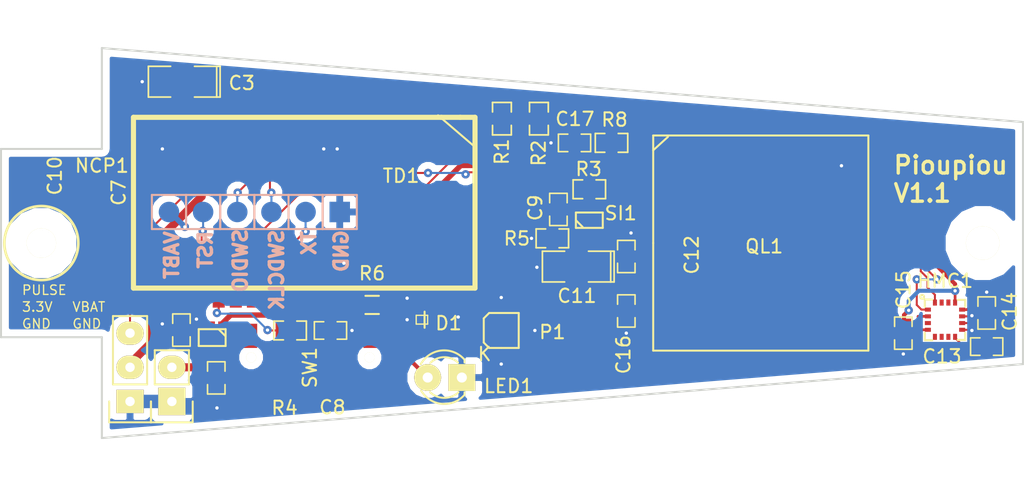
<source format=kicad_pcb>
(kicad_pcb (version 4) (host pcbnew 4.0.2-4+6225~38~ubuntu14.04.1-stable)

  (general
    (links 78)
    (no_connects 1)
    (area 174.924999 102.626 257.625 147.170668)
    (thickness 1.6)
    (drawings 22)
    (tracks 304)
    (zones 0)
    (modules 40)
    (nets 26)
  )

  (page A3)
  (layers
    (0 F.Cu signal)
    (31 B.Cu signal)
    (32 B.Adhes user)
    (33 F.Adhes user)
    (34 B.Paste user)
    (35 F.Paste user)
    (36 B.SilkS user)
    (37 F.SilkS user)
    (38 B.Mask user)
    (39 F.Mask user)
    (40 Dwgs.User user)
    (41 Cmts.User user hide)
    (42 Eco1.User user)
    (43 Eco2.User user)
    (44 Edge.Cuts user)
  )

  (setup
    (last_trace_width 0.15)
    (user_trace_width 0.15)
    (user_trace_width 0.2)
    (user_trace_width 0.3)
    (user_trace_width 0.4)
    (user_trace_width 0.5)
    (user_trace_width 0.6)
    (user_trace_width 0.7)
    (user_trace_width 0.8)
    (user_trace_width 0.9)
    (user_trace_width 1)
    (user_trace_width 3.1)
    (trace_clearance 0.15)
    (zone_clearance 0.508)
    (zone_45_only no)
    (trace_min 0.15)
    (segment_width 0.2)
    (edge_width 0.15)
    (via_size 0.62)
    (via_drill 0.25)
    (via_min_size 0.62)
    (via_min_drill 0.25)
    (uvia_size 0.508)
    (uvia_drill 0.127)
    (uvias_allowed no)
    (uvia_min_size 0.508)
    (uvia_min_drill 0.127)
    (pcb_text_width 0.3)
    (pcb_text_size 1 1)
    (mod_edge_width 0.15)
    (mod_text_size 1 1)
    (mod_text_width 0.15)
    (pad_size 2.2 2.2)
    (pad_drill 2.2)
    (pad_to_mask_clearance 0)
    (aux_axis_origin 184 112)
    (visible_elements FFFFFF7F)
    (pcbplotparams
      (layerselection 0x010f8_80000001)
      (usegerberextensions false)
      (excludeedgelayer false)
      (linewidth 0.150000)
      (plotframeref false)
      (viasonmask false)
      (mode 1)
      (useauxorigin true)
      (hpglpennumber 1)
      (hpglpenspeed 20)
      (hpglpendiameter 15)
      (hpglpenoverlay 2)
      (psnegative false)
      (psa4output false)
      (plotreference true)
      (plotvalue false)
      (plotinvisibletext false)
      (padsonsilk false)
      (subtractmaskfromsilk true)
      (outputformat 1)
      (mirror false)
      (drillshape 0)
      (scaleselection 1)
      (outputdirectory /home/nicolas/pioupiou-v1/schematics/prod2/main/))
  )

  (net 0 "")
  (net 1 /GPSBCKP)
  (net 2 /GPSVIO)
  (net 3 /LED_GREEN)
  (net 4 /LED_RED)
  (net 5 /PULSE_SW)
  (net 6 /RF)
  (net 7 /RST)
  (net 8 /RX)
  (net 9 /SCL)
  (net 10 /SDA)
  (net 11 /SWDCLK)
  (net 12 /SWDIO)
  (net 13 /TX)
  (net 14 /USR_SW)
  (net 15 /V33)
  (net 16 /VBAT)
  (net 17 GND)
  (net 18 N-0000017)
  (net 19 N-0000021)
  (net 20 N-0000022)
  (net 21 N-0000023)
  (net 22 N-0000027)
  (net 23 N-0000028)
  (net 24 N-0000033)
  (net 25 N-0000043)

  (net_class Default "Ceci est la Netclass par défaut"
    (clearance 0.15)
    (trace_width 0.15)
    (via_dia 0.62)
    (via_drill 0.25)
    (uvia_dia 0.508)
    (uvia_drill 0.127)
    (add_net /GPSBCKP)
    (add_net /GPSVIO)
    (add_net /LED_GREEN)
    (add_net /LED_RED)
    (add_net /PULSE_SW)
    (add_net /RF)
    (add_net /RST)
    (add_net /RX)
    (add_net /SCL)
    (add_net /SDA)
    (add_net /SWDCLK)
    (add_net /SWDIO)
    (add_net /TX)
    (add_net /USR_SW)
    (add_net N-0000017)
    (add_net N-0000021)
    (add_net N-0000022)
    (add_net N-0000023)
    (add_net N-0000027)
    (add_net N-0000028)
    (add_net N-0000033)
    (add_net N-0000043)
  )

  (net_class supply ""
    (clearance 0.15)
    (trace_width 0.5)
    (via_dia 0.62)
    (via_drill 0.25)
    (uvia_dia 0.508)
    (uvia_drill 0.127)
    (add_net /V33)
    (add_net /VBAT)
    (add_net GND)
  )

  (module sod923 (layer F.Cu) (tedit 56E9735F) (tstamp 54E367ED)
    (at 206.3 130.7 180)
    (path /547936B8)
    (attr smd)
    (fp_text reference D1 (at -1.98 -0.2624 360) (layer F.SilkS)
      (effects (font (size 1 1) (thickness 0.15)))
    )
    (fp_text value ESD9R3.3ST5G (at 0.01 1.55 180) (layer F.SilkS) hide
      (effects (font (size 1 1) (thickness 0.15)))
    )
    (fp_line (start -0.2 -0.6) (end -0.2 0.6) (layer F.SilkS) (width 0.15))
    (fp_line (start -0.17 -0.33) (end -0.17 0.31) (layer F.SilkS) (width 0.1))
    (fp_line (start 0.425 -0.325) (end 0.425 0.325) (layer F.SilkS) (width 0.1))
    (fp_line (start 0.425 0.325) (end -0.425 0.325) (layer F.SilkS) (width 0.1))
    (fp_line (start -0.425 0.325) (end -0.425 -0.325) (layer F.SilkS) (width 0.1))
    (fp_line (start -0.425 -0.325) (end 0.425 -0.325) (layer F.SilkS) (width 0.1))
    (pad 1 smd rect (at -0.42 0 180) (size 0.37 0.34) (layers F.Cu F.Paste F.Mask)
      (net 6 /RF))
    (pad 2 smd rect (at 0.42 0 180) (size 0.37 0.34) (layers F.Cu F.Paste F.Mask)
      (net 17 GND))
  )

  (module SM0603_Capa (layer F.Cu) (tedit 56E961E2) (tstamp 55005C74)
    (at 221.5 130.05 270)
    (path /55002F47)
    (attr smd)
    (fp_text reference C16 (at 3.2492 0.2152 450) (layer F.SilkS)
      (effects (font (size 1 1) (thickness 0.15)))
    )
    (fp_text value 100n (at -1.651 0 360) (layer F.SilkS) hide
      (effects (font (size 0.508 0.4572) (thickness 0.1143)))
    )
    (fp_line (start 0.50038 0.65024) (end 1.19888 0.65024) (layer F.SilkS) (width 0.11938))
    (fp_line (start -0.50038 0.65024) (end -1.19888 0.65024) (layer F.SilkS) (width 0.11938))
    (fp_line (start 0.50038 -0.65024) (end 1.19888 -0.65024) (layer F.SilkS) (width 0.11938))
    (fp_line (start -1.19888 -0.65024) (end -0.50038 -0.65024) (layer F.SilkS) (width 0.11938))
    (fp_line (start 1.19888 -0.635) (end 1.19888 0.635) (layer F.SilkS) (width 0.11938))
    (fp_line (start -1.19888 0.635) (end -1.19888 -0.635) (layer F.SilkS) (width 0.11938))
    (pad 1 smd rect (at -0.762 0 270) (size 0.635 1.143) (layers F.Cu F.Paste F.Mask)
      (net 1 /GPSBCKP))
    (pad 2 smd rect (at 0.762 0 270) (size 0.635 1.143) (layers F.Cu F.Paste F.Mask)
      (net 17 GND))
    (model smd\capacitors\C0603.wrl
      (at (xyz 0 0 0.001))
      (scale (xyz 0.5 0.5 0.5))
      (rotate (xyz 0 0 0))
    )
  )

  (module PA6H (layer F.Cu) (tedit 56E963F3) (tstamp 552E6689)
    (at 231.5 125 180)
    (path /54FF0F72)
    (attr smd)
    (fp_text reference QL1 (at -0.25 -0.25 180) (layer F.SilkS)
      (effects (font (size 1 1) (thickness 0.15)))
    )
    (fp_text value L80 (at -0.03 5.97 180) (layer F.SilkS) hide
      (effects (font (size 1 1) (thickness 0.15)))
    )
    (fp_line (start 6.9 7.9) (end 8 6.9) (layer F.SilkS) (width 0.15))
    (fp_line (start -18 18) (end 18 18) (layer Dwgs.User) (width 0.15))
    (fp_line (start 18 18) (end 18 -18) (layer Dwgs.User) (width 0.15))
    (fp_line (start 18 -18) (end -18 -18) (layer Dwgs.User) (width 0.15))
    (fp_line (start -18 -18) (end -18 17.8) (layer Dwgs.User) (width 0.15))
    (fp_line (start 8 0) (end 8 8) (layer F.SilkS) (width 0.15))
    (fp_line (start 8 8) (end -8 8) (layer F.SilkS) (width 0.15))
    (fp_line (start -8 8) (end -8 -8) (layer F.SilkS) (width 0.15))
    (fp_line (start -8 -8) (end 8 -8) (layer F.SilkS) (width 0.15))
    (fp_line (start 8 -8) (end 8 0) (layer F.SilkS) (width 0.15))
    (pad 7 smd oval (at -7.75 -6.85 180) (size 2.5 1) (layers F.Cu F.Paste F.Mask))
    (pad 8 smd oval (at -7.75 -4.31 180) (size 2.5 1) (layers F.Cu F.Paste F.Mask))
    (pad 9 smd oval (at -7.75 -1.77 180) (size 2.5 1) (layers F.Cu F.Paste F.Mask))
    (pad 10 smd oval (at -7.75 0.77 180) (size 2.5 1) (layers F.Cu F.Paste F.Mask))
    (pad 11 smd oval (at -7.75 3.31 180) (size 2.5 1) (layers F.Cu F.Paste F.Mask))
    (pad 12 smd oval (at -7.75 5.85 180) (size 2.5 1) (layers F.Cu F.Paste F.Mask)
      (net 17 GND))
    (pad 6 smd oval (at 7.75 -6.85 180) (size 2.5 1) (layers F.Cu F.Paste F.Mask))
    (pad 5 smd oval (at 7.75 -4.31 180) (size 2.5 1) (layers F.Cu F.Paste F.Mask)
      (net 1 /GPSBCKP))
    (pad 4 smd oval (at 7.75 -1.77 180) (size 2.5 1) (layers F.Cu F.Paste F.Mask)
      (net 21 N-0000023))
    (pad 3 smd oval (at 7.75 0.77 180) (size 2.5 1) (layers F.Cu F.Paste F.Mask)
      (net 17 GND))
    (pad 2 smd oval (at 7.75 3.31 180) (size 2.5 1) (layers F.Cu F.Paste F.Mask)
      (net 19 N-0000021))
    (pad 1 smd oval (at 7.75 5.85 180) (size 2.5 1) (layers F.Cu F.Paste F.Mask))
  )

  (module LEDs:LED-3MM (layer F.Cu) (tedit 56E976D3) (tstamp 56E94965)
    (at 208 135 180)
    (descr "LED 3mm round vertical")
    (tags "LED  3mm round vertical")
    (fp_text reference LED1 (at -4.7504 -0.636 180) (layer F.SilkS)
      (effects (font (size 1 1) (thickness 0.15)))
    )
    (fp_text value LED-3MM (at 0.03 -2.9 180) (layer F.Fab) hide
      (effects (font (size 1 1) (thickness 0.15)))
    )
    (fp_line (start -2.47 2.3) (end 2.53 2.3) (layer F.CrtYd) (width 0.05))
    (fp_line (start 2.53 2.3) (end 2.53 -2.2) (layer F.CrtYd) (width 0.05))
    (fp_line (start 2.53 -2.2) (end -2.47 -2.2) (layer F.CrtYd) (width 0.05))
    (fp_line (start -2.47 -2.2) (end -2.47 2.3) (layer F.CrtYd) (width 0.05))
    (fp_line (start -1.469 1.314) (end -1.469 1.114) (layer F.SilkS) (width 0.15))
    (fp_line (start -1.469 -1.28) (end -1.469 -1.1) (layer F.SilkS) (width 0.15))
    (fp_arc (start 0.031 0.034) (end -1.469 -1.286) (angle 108.5) (layer F.SilkS) (width 0.15))
    (fp_arc (start 0.031 0.034) (end -1.02 -1.1) (angle 85.7) (layer F.SilkS) (width 0.15))
    (fp_arc (start 0.041 0.034) (end 1.781 0.994) (angle 110) (layer F.SilkS) (width 0.15))
    (fp_arc (start 0.031 0.034) (end 1.065 1.094) (angle 87.5) (layer F.SilkS) (width 0.15))
    (fp_text user K (at -2.96 1.74 180) (layer F.SilkS)
      (effects (font (size 1 1) (thickness 0.15)))
    )
    (pad 1 thru_hole rect (at -1.27 0 270) (size 2 2) (drill 0.75) (layers *.Cu *.Mask F.SilkS)
      (net 17 GND))
    (pad 2 thru_hole circle (at 1.27 0 180) (size 2 2) (drill 0.75) (layers *.Cu *.Mask F.SilkS))
    (model LEDs.3dshapes/LED-3MM.wrl
      (at (xyz 0.05 0 0))
      (scale (xyz 1 1 1))
      (rotate (xyz 0 0 90))
    )
  )

  (module 1571300 (layer F.Cu) (tedit 56E96264) (tstamp 552E6624)
    (at 198 133.5)
    (path /547890D4)
    (fp_text reference SW1 (at -0.0324 0.7644 90) (layer F.SilkS)
      (effects (font (size 1 1) (thickness 0.15)))
    )
    (fp_text value SW_PUSH (at 0 5) (layer F.SilkS) hide
      (effects (font (size 1 1) (thickness 0.15)))
    )
    (fp_line (start -1.6 6.7) (end -1.6 4) (layer Cmts.User) (width 0.15))
    (fp_line (start -1.6 6.7) (end 0 6.7) (layer Cmts.User) (width 0.15))
    (fp_line (start 0 6.7) (end 1.6 6.7) (layer Cmts.User) (width 0.15))
    (fp_line (start 1.6 6.7) (end 1.6 4) (layer Cmts.User) (width 0.15))
    (fp_line (start 4.4 4) (end -4.4 4) (layer Cmts.User) (width 0.15))
    (pad "" np_thru_hole circle (at 4.4 0) (size 0.75 0.75) (drill 0.75) (layers *.Cu *.Mask F.SilkS))
    (pad "" np_thru_hole circle (at -4.4 0) (size 0.75 0.75) (drill 0.75) (layers *.Cu *.Mask F.SilkS))
    (pad "" smd rect (at 4.775 2.3) (size 1.65 2) (layers F.Cu F.Paste F.Mask))
    (pad "" smd rect (at -4.775 2.3) (size 1.65 2) (layers F.Cu F.Paste F.Mask))
    (pad "" smd rect (at 4.775 -1.6) (size 1.65 1.8) (layers F.Cu F.Paste F.Mask))
    (pad "" smd rect (at -4.775 -1.6) (size 1.65 1.8) (layers F.Cu F.Paste F.Mask))
    (pad 1 smd rect (at -2 0.75) (size 1.5 3.5) (layers F.Cu F.Paste F.Mask)
      (net 25 N-0000043))
    (pad 2 smd rect (at 2 0.75) (size 1.5 3.5) (layers F.Cu F.Paste F.Mask)
      (net 17 GND))
  )

  (module HMC5883L (layer F.Cu) (tedit 56E9618D) (tstamp 54E36910)
    (at 245.2 130.7)
    (path /547EE3BF)
    (attr smd)
    (fp_text reference HMC1 (at 0.0116 -2.8872) (layer F.SilkS)
      (effects (font (size 1 1) (thickness 0.15)))
    )
    (fp_text value HMC5883L (at 0 2.47396) (layer F.SilkS) hide
      (effects (font (size 1 1) (thickness 0.15)))
    )
    (fp_circle (center -1.7 -1.7) (end -1.8 -1.8) (layer F.SilkS) (width 0.15))
    (fp_line (start -0.55118 0.50038) (end -0.35052 0.7493) (layer Cmts.User) (width 0.09906))
    (fp_line (start 0.8255 -0.55118) (end 0.55118 -0.22606) (layer Cmts.User) (width 0.09906))
    (fp_line (start 0.52578 -0.55118) (end 0.67564 -0.37592) (layer Cmts.User) (width 0.09906))
    (fp_line (start -0.55118 0.7493) (end -0.32512 0.50038) (layer Cmts.User) (width 0.09906))
    (fp_line (start 0.7493 0) (end 0.62484 0.14986) (layer Cmts.User) (width 0.09906))
    (fp_line (start 0.7493 0) (end 0.62484 -0.14986) (layer Cmts.User) (width 0.09906))
    (fp_circle (center 0 0) (end 0.0762 -0.09906) (layer Cmts.User) (width 0.09906))
    (fp_line (start 0 0.7493) (end -0.17526 0.55118) (layer Cmts.User) (width 0.09906))
    (fp_line (start 0 0.7493) (end 0.14986 0.55118) (layer Cmts.User) (width 0.09906))
    (fp_line (start 0 0) (end 0.7493 0) (layer Cmts.User) (width 0.09906))
    (fp_line (start 0 0) (end 0 0.7239) (layer Cmts.User) (width 0.09906))
    (fp_line (start 1.50114 -1.47574) (end 1.50114 -0.97536) (layer F.SilkS) (width 0.1524))
    (fp_line (start 1.50114 1.50114) (end 1.50114 0.97536) (layer F.SilkS) (width 0.1524))
    (fp_line (start -1.50114 -1.50114) (end -1.50114 -0.94996) (layer F.SilkS) (width 0.1524))
    (fp_line (start -1.50114 -1.50114) (end -0.94996 -1.50114) (layer F.SilkS) (width 0.1524))
    (fp_line (start -1.50114 1.524) (end -0.94996 1.524) (layer F.SilkS) (width 0.1524))
    (fp_line (start -1.50114 1.50114) (end -1.50114 0.97536) (layer F.SilkS) (width 0.1524))
    (fp_line (start 1.50114 1.50114) (end 0.94996 1.50114) (layer F.SilkS) (width 0.1524))
    (fp_line (start 1.50114 -1.47574) (end 0.94996 -1.47574) (layer F.SilkS) (width 0.1524))
    (pad 2 smd rect (at -1.275 -0.25) (size 0.45 0.3) (layers F.Cu F.Paste F.Mask)
      (net 15 /V33))
    (pad 1 smd rect (at -1.275 -0.75) (size 0.45 0.3) (layers F.Cu F.Paste F.Mask)
      (net 9 /SCL))
    (pad 3 smd rect (at -1.275 0.25) (size 0.45 0.3) (layers F.Cu F.Paste F.Mask))
    (pad 4 smd rect (at -1.275 0.75) (size 0.45 0.3) (layers F.Cu F.Paste F.Mask)
      (net 15 /V33))
    (pad 11 smd rect (at 1.275 -0.25) (size 0.45 0.3) (layers F.Cu F.Paste F.Mask)
      (net 17 GND))
    (pad 12 smd rect (at 1.275 -0.75) (size 0.45 0.3) (layers F.Cu F.Paste F.Mask)
      (net 24 N-0000033))
    (pad 10 smd rect (at 1.275 0.25) (size 0.45 0.3) (layers F.Cu F.Paste F.Mask)
      (net 22 N-0000027))
    (pad 9 smd rect (at 1.275 0.75) (size 0.45 0.3) (layers F.Cu F.Paste F.Mask)
      (net 17 GND))
    (pad 6 smd rect (at -0.25 1.275 90) (size 0.45 0.3) (layers F.Cu F.Paste F.Mask))
    (pad 7 smd rect (at 0.25 1.275 90) (size 0.45 0.3) (layers F.Cu F.Paste F.Mask))
    (pad 8 smd rect (at 0.75 1.275 90) (size 0.45 0.3) (layers F.Cu F.Paste F.Mask)
      (net 23 N-0000028))
    (pad 5 smd rect (at -0.75 1.275 90) (size 0.45 0.3) (layers F.Cu F.Paste F.Mask))
    (pad 13 smd rect (at 0.75 -1.275 90) (size 0.45 0.3) (layers F.Cu F.Paste F.Mask)
      (net 15 /V33))
    (pad 14 smd rect (at 0.25 -1.275 90) (size 0.45 0.3) (layers F.Cu F.Paste F.Mask))
    (pad 15 smd rect (at -0.25 -1.275 90) (size 0.45 0.3) (layers F.Cu F.Paste F.Mask))
    (pad 16 smd rect (at -0.75 -1.275 90) (size 0.45 0.3) (layers F.Cu F.Paste F.Mask)
      (net 10 /SDA))
  )

  (module NCP4681 (layer F.Cu) (tedit 56E963E3) (tstamp 55022F8C)
    (at 190.7032 132.0292 270)
    (path /54E1C516)
    (attr smd)
    (fp_text reference NCP1 (at -12.7792 8.2032 360) (layer F.SilkS)
      (effects (font (size 1 1) (thickness 0.15)))
    )
    (fp_text value NCP4681 (at -9.7 -1.3 270) (layer F.SilkS) hide
      (effects (font (size 1 1) (thickness 0.15)))
    )
    (fp_line (start -0.6 -0.5) (end -0.1 -1) (layer F.SilkS) (width 0.15))
    (fp_line (start -0.625 1) (end 0.625 1) (layer F.SilkS) (width 0.15))
    (fp_line (start -0.625 -1) (end 0.625 -1) (layer F.SilkS) (width 0.15))
    (fp_line (start 0.625 1) (end 0.625 -1) (layer F.SilkS) (width 0.15))
    (fp_line (start -0.625 -1) (end -0.625 1) (layer F.SilkS) (width 0.15))
    (pad 5 smd rect (at 0.95 -0.65 270) (size 0.5 0.4) (layers F.Cu F.Paste F.Mask)
      (net 16 /VBAT))
    (pad 4 smd rect (at 0.95 0.65 270) (size 0.5 0.4) (layers F.Cu F.Paste F.Mask)
      (net 15 /V33))
    (pad 1 smd rect (at -0.95 -0.65 270) (size 0.5 0.4) (layers F.Cu F.Paste F.Mask)
      (net 16 /VBAT))
    (pad 2 smd rect (at -0.95 0 270) (size 0.5 0.4) (layers F.Cu F.Paste F.Mask))
    (pad 3 smd rect (at -0.95 0.65 270) (size 0.5 0.4) (layers F.Cu F.Paste F.Mask)
      (net 17 GND))
  )

  (module si1865dl (layer F.Cu) (tedit 56E961D7) (tstamp 551AB970)
    (at 218.75 123.3 180)
    (path /54FF191B)
    (attr smd)
    (fp_text reference SI1 (at -2.3316 0.5164 180) (layer F.SilkS)
      (effects (font (size 1 1) (thickness 0.15)))
    )
    (fp_text value SI1865DL (at 9.1 -2.3 180) (layer F.SilkS) hide
      (effects (font (size 1 1) (thickness 0.15)))
    )
    (fp_line (start 1 0) (end 0.5 -0.5) (layer F.SilkS) (width 0.15))
    (fp_line (start 1 -0.571) (end 1 0.571) (layer F.SilkS) (width 0.15))
    (fp_line (start -1 -0.571) (end -1 0.571) (layer F.SilkS) (width 0.15))
    (fp_line (start -1 0.571) (end 1 0.571) (layer F.SilkS) (width 0.15))
    (fp_line (start -1 -0.571) (end 1 -0.571) (layer F.SilkS) (width 0.15))
    (pad 5 smd rect (at 0 0.895 180) (size 0.385 0.648) (layers F.Cu F.Paste F.Mask)
      (net 2 /GPSVIO))
    (pad 2 smd rect (at 0 -0.895 180) (size 0.385 0.648) (layers F.Cu F.Paste F.Mask)
      (net 21 N-0000023))
    (pad 1 smd rect (at 0.648 -0.895 180) (size 0.385 0.648) (layers F.Cu F.Paste F.Mask)
      (net 18 N-0000017))
    (pad 3 smd rect (at -0.648 -0.895 180) (size 0.385 0.648) (layers F.Cu F.Paste F.Mask)
      (net 21 N-0000023))
    (pad 6 smd rect (at 0.648 0.895 180) (size 0.385 0.648) (layers F.Cu F.Paste F.Mask)
      (net 20 N-0000022))
    (pad 4 smd rect (at -0.648 0.895 180) (size 0.385 0.648) (layers F.Cu F.Paste F.Mask)
      (net 16 /VBAT))
  )

  (module VIS_BATTERIE (layer F.Cu) (tedit 56E97FCD) (tstamp 552F6FDF)
    (at 213 125)
    (path /532DC760)
    (fp_text reference BT1 (at -30.85 -0.1) (layer F.SilkS) hide
      (effects (font (size 1 1) (thickness 0.15)))
    )
    (fp_text value AAA (at -35.5 -3.5) (layer F.SilkS) hide
      (effects (font (size 1 1) (thickness 0.15)))
    )
    (pad "" np_thru_hole circle (at -35 0) (size 2.2 2.2) (drill 2.2) (layers *.Cu *.Mask F.SilkS)
      (solder_mask_margin 1.5) (clearance 1.5))
    (pad "" np_thru_hole circle (at 35 0) (size 2.5 2.5) (drill 2.5) (layers *.Cu *.Mask F.SilkS)
      (solder_mask_margin 1.5) (clearance 1.5))
  )

  (module TD1208 (layer F.Cu) (tedit 56E963F0) (tstamp 552E66AE)
    (at 209 128.5 180)
    (path /54E3097F)
    (fp_text reference TD1 (at 4.25 8.5 180) (layer F.SilkS)
      (effects (font (size 1 1) (thickness 0.15)))
    )
    (fp_text value TD1208 (at -8.6 24.2 180) (layer F.SilkS) hide
      (effects (font (thickness 0.3048)))
    )
    (fp_line (start -1.3 10.6) (end 1.5 13) (layer F.SilkS) (width 0.15))
    (fp_line (start -1.24968 12.84986) (end -1.24968 0.14986) (layer F.SilkS) (width 0.381))
    (fp_line (start -1.24968 0.14986) (end 24.15032 0.14986) (layer F.SilkS) (width 0.381))
    (fp_line (start -0.14986 12.84986) (end -1.24968 12.84986) (layer F.SilkS) (width 0.381))
    (fp_line (start 24.15032 12.84986) (end 1.24968 12.84986) (layer F.SilkS) (width 0.381))
    (fp_line (start 1.24968 12.84986) (end -0.14986 12.84986) (layer F.SilkS) (width 0.381))
    (fp_line (start 24.15032 0.14986) (end 24.15032 12.84986) (layer F.SilkS) (width 0.381))
    (fp_circle (center 1.95072 2.64922) (end 1.95072 4.699) (layer Dwgs.User) (width 0.381))
    (pad 1 smd rect (at 8.92048 12.49934 180) (size 0.889 2.60096) (layers F.Cu F.Paste F.Mask)
      (net 17 GND))
    (pad 4 smd rect (at 12.73048 12.49934 180) (size 0.889 2.60096) (layers F.Cu F.Paste F.Mask))
    (pad 3 smd rect (at 11.46048 12.49934 180) (size 0.889 2.60096) (layers F.Cu F.Paste F.Mask))
    (pad 2 smd rect (at 10.19048 12.49934 180) (size 0.889 2.60096) (layers F.Cu F.Paste F.Mask)
      (net 17 GND))
    (pad 6 smd rect (at 15.27048 12.49934 180) (size 0.889 2.60096) (layers F.Cu F.Paste F.Mask)
      (net 12 /SWDIO))
    (pad 7 smd rect (at 16.54048 12.49934 180) (size 0.889 2.60096) (layers F.Cu F.Paste F.Mask)
      (net 10 /SDA))
    (pad 8 smd rect (at 17.81048 12.49934 180) (size 0.889 2.60096) (layers F.Cu F.Paste F.Mask)
      (net 9 /SCL))
    (pad 5 smd rect (at 14.00048 12.49934 180) (size 0.889 2.60096) (layers F.Cu F.Paste F.Mask)
      (net 11 /SWDCLK))
    (pad 11 smd rect (at 21.62048 12.49934 180) (size 0.889 2.60096) (layers F.Cu F.Paste F.Mask)
      (net 17 GND))
    (pad 10 smd rect (at 20.35048 12.49934 180) (size 0.889 2.60096) (layers F.Cu F.Paste F.Mask)
      (net 5 /PULSE_SW))
    (pad 9 smd rect (at 19.08048 12.49934 180) (size 0.889 2.60096) (layers F.Cu F.Paste F.Mask)
      (net 15 /V33))
    (pad 14 smd rect (at 19.08048 0 180) (size 0.889 2.60096) (layers F.Cu F.Paste F.Mask)
      (net 7 /RST))
    (pad 13 smd rect (at 20.35048 0 180) (size 0.889 2.60096) (layers F.Cu F.Paste F.Mask))
    (pad 12 smd rect (at 21.62048 0 180) (size 0.889 2.60096) (layers F.Cu F.Paste F.Mask)
      (net 17 GND))
    (pad 18 smd rect (at 14.00048 0 180) (size 0.889 2.60096) (layers F.Cu F.Paste F.Mask)
      (net 13 /TX))
    (pad 15 smd rect (at 17.81048 0 180) (size 0.889 2.60096) (layers F.Cu F.Paste F.Mask)
      (net 14 /USR_SW))
    (pad 16 smd rect (at 16.54048 0 180) (size 0.889 2.60096) (layers F.Cu F.Paste F.Mask)
      (net 2 /GPSVIO))
    (pad 17 smd rect (at 15.27048 0 180) (size 0.889 2.60096) (layers F.Cu F.Paste F.Mask)
      (net 1 /GPSBCKP))
    (pad 21 smd rect (at 10.19048 0 180) (size 0.889 2.60096) (layers F.Cu F.Paste F.Mask)
      (net 4 /LED_RED))
    (pad 20 smd rect (at 11.46048 0 180) (size 0.889 2.60096) (layers F.Cu F.Paste F.Mask)
      (net 3 /LED_GREEN))
    (pad 19 smd rect (at 12.73048 0 180) (size 0.889 2.60096) (layers F.Cu F.Paste F.Mask)
      (net 8 /RX))
    (pad 22 smd rect (at 8.92048 0 180) (size 0.889 2.60096) (layers F.Cu F.Paste F.Mask)
      (net 17 GND))
    (pad 23 smd rect (at 2.54 0 180) (size 0.889 2.60096) (layers F.Cu F.Paste F.Mask)
      (net 17 GND))
    (pad 24 smd rect (at 1.27 0 180) (size 0.889 2.60096) (layers F.Cu F.Paste F.Mask)
      (net 6 /RF))
    (pad 25 smd rect (at 0 0 180) (size 0.889 2.60096) (layers F.Cu F.Paste F.Mask)
      (net 17 GND))
  )

  (module UFL (layer F.Cu) (tedit 56E961F8) (tstamp 5550D890)
    (at 212.2 131.5 180)
    (path /54FEE4FE)
    (attr smd)
    (fp_text reference P1 (at -3.8016 -0.1228 180) (layer F.SilkS)
      (effects (font (size 1 1) (thickness 0.15)))
    )
    (fp_text value CONN_2 (at 7.5 8.5 180) (layer F.SilkS) hide
      (effects (font (size 1 1) (thickness 0.15)))
    )
    (fp_line (start 0 -1.3) (end 0.9 -1.3) (layer F.SilkS) (width 0.15))
    (fp_line (start 0.9 -1.3) (end 1.3 -0.9) (layer F.SilkS) (width 0.15))
    (fp_line (start 1.3 -0.9) (end 1.3 0.9) (layer F.SilkS) (width 0.15))
    (fp_line (start 1.3 0.9) (end 0.9 1.3) (layer F.SilkS) (width 0.15))
    (fp_line (start 0.9 1.3) (end -1.3 1.3) (layer F.SilkS) (width 0.15))
    (fp_line (start -1.3 1.3) (end -1.3 -1.3) (layer F.SilkS) (width 0.15))
    (fp_line (start -1.3 -1.3) (end 0 -1.3) (layer F.SilkS) (width 0.15))
    (pad 2 smd rect (at 0 -1.475 180) (size 2.2 1.05) (layers F.Cu F.Paste F.Mask)
      (net 17 GND))
    (pad 2 smd rect (at 0 1.475 180) (size 2.2 1.05) (layers F.Cu F.Paste F.Mask)
      (net 17 GND))
    (pad 2 smd rect (at -1.525 0 180) (size 1.05 1) (layers F.Cu F.Paste F.Mask)
      (net 17 GND))
    (pad 1 smd rect (at 1.525 0 180) (size 1.05 1) (layers F.Cu F.Paste F.Mask)
      (net 6 /RF))
  )

  (module PIN_ARRAY_1 (layer B.Cu) (tedit 551BDD50) (tstamp 551AD5C5)
    (at 187.49 122.69)
    (descr "1 pin")
    (tags "CONN DEV")
    (path /5339947A)
    (fp_text reference P3 (at 0 1.905) (layer B.SilkS) hide
      (effects (font (size 1 1) (thickness 0.15)) (justify mirror))
    )
    (fp_text value CONN_1 (at 0 1.905) (layer B.SilkS) hide
      (effects (font (size 0.762 0.762) (thickness 0.1524)) (justify mirror))
    )
    (fp_line (start 1.27 -1.27) (end -1.27 -1.27) (layer B.SilkS) (width 0.1524))
    (fp_line (start -1.27 1.27) (end 1.27 1.27) (layer B.SilkS) (width 0.1524))
    (fp_line (start -1.27 -1.27) (end -1.27 1.27) (layer B.SilkS) (width 0.1524))
    (fp_line (start 1.27 1.27) (end 1.27 -1.27) (layer B.SilkS) (width 0.1524))
    (pad 1 smd circle (at 0 0) (size 1.524 1.524) (layers B.Cu B.Mask)
      (net 15 /V33))
    (model pin_array\pin_1.wrl
      (at (xyz 0 0 0))
      (scale (xyz 1 1 1))
      (rotate (xyz 0 0 0))
    )
  )

  (module PIN_ARRAY_1 (layer B.Cu) (tedit 551BDD38) (tstamp 551AD5A7)
    (at 197.65 122.69)
    (descr "1 pin")
    (tags "CONN DEV")
    (path /533994C5)
    (fp_text reference P8 (at 0 1.905) (layer B.SilkS) hide
      (effects (font (size 1 1) (thickness 0.15)) (justify mirror))
    )
    (fp_text value CONN_1 (at 0 1.905) (layer B.SilkS) hide
      (effects (font (size 0.762 0.762) (thickness 0.1524)) (justify mirror))
    )
    (fp_line (start 1.27 -1.27) (end -1.27 -1.27) (layer B.SilkS) (width 0.1524))
    (fp_line (start -1.27 1.27) (end 1.27 1.27) (layer B.SilkS) (width 0.1524))
    (fp_line (start -1.27 -1.27) (end -1.27 1.27) (layer B.SilkS) (width 0.1524))
    (fp_line (start 1.27 1.27) (end 1.27 -1.27) (layer B.SilkS) (width 0.1524))
    (pad 1 smd circle (at 0 0) (size 1.524 1.524) (layers B.Cu B.Mask)
      (net 13 /TX))
    (model pin_array\pin_1.wrl
      (at (xyz 0 0 0))
      (scale (xyz 1 1 1))
      (rotate (xyz 0 0 0))
    )
  )

  (module PIN_ARRAY_1 (layer B.Cu) (tedit 551BDD32) (tstamp 551AD575)
    (at 200.19 122.69)
    (descr "1 pin")
    (tags "CONN DEV")
    (path /533994B6)
    (fp_text reference P7 (at 0 1.905) (layer B.SilkS) hide
      (effects (font (size 1 1) (thickness 0.15)) (justify mirror))
    )
    (fp_text value CONN_1 (at 0 1.905) (layer B.SilkS) hide
      (effects (font (size 0.762 0.762) (thickness 0.1524)) (justify mirror))
    )
    (fp_line (start 1.27 -1.27) (end -1.27 -1.27) (layer B.SilkS) (width 0.1524))
    (fp_line (start -1.27 1.27) (end 1.27 1.27) (layer B.SilkS) (width 0.1524))
    (fp_line (start -1.27 -1.27) (end -1.27 1.27) (layer B.SilkS) (width 0.1524))
    (fp_line (start 1.27 1.27) (end 1.27 -1.27) (layer B.SilkS) (width 0.1524))
    (pad 1 smd rect (at 0 0) (size 1.524 1.524) (layers B.Cu B.Mask)
      (net 17 GND))
    (model pin_array\pin_1.wrl
      (at (xyz 0 0 0))
      (scale (xyz 1 1 1))
      (rotate (xyz 0 0 0))
    )
  )

  (module PIN_ARRAY_1 (layer B.Cu) (tedit 551BDD48) (tstamp 551AD5D9)
    (at 190.03 122.69)
    (descr "1 pin")
    (tags "CONN DEV")
    (path /533994A7)
    (fp_text reference P6 (at 0 1.905) (layer B.SilkS) hide
      (effects (font (size 1 1) (thickness 0.15)) (justify mirror))
    )
    (fp_text value CONN_1 (at 0 1.905) (layer B.SilkS) hide
      (effects (font (size 0.762 0.762) (thickness 0.1524)) (justify mirror))
    )
    (fp_line (start 1.27 -1.27) (end -1.27 -1.27) (layer B.SilkS) (width 0.1524))
    (fp_line (start -1.27 1.27) (end 1.27 1.27) (layer B.SilkS) (width 0.1524))
    (fp_line (start -1.27 -1.27) (end -1.27 1.27) (layer B.SilkS) (width 0.1524))
    (fp_line (start 1.27 1.27) (end 1.27 -1.27) (layer B.SilkS) (width 0.1524))
    (pad 1 smd circle (at 0 0) (size 1.524 1.524) (layers B.Cu B.Mask)
      (net 7 /RST))
    (model pin_array\pin_1.wrl
      (at (xyz 0 0 0))
      (scale (xyz 1 1 1))
      (rotate (xyz 0 0 0))
    )
  )

  (module PIN_ARRAY_1 (layer B.Cu) (tedit 551BDD3C) (tstamp 551AD589)
    (at 195.11 122.69)
    (descr "1 pin")
    (tags "CONN DEV")
    (path /53399498)
    (fp_text reference P5 (at 0 1.905) (layer B.SilkS) hide
      (effects (font (size 1 1) (thickness 0.15)) (justify mirror))
    )
    (fp_text value CONN_1 (at 0 1.905) (layer B.SilkS) hide
      (effects (font (size 0.762 0.762) (thickness 0.1524)) (justify mirror))
    )
    (fp_line (start 1.27 -1.27) (end -1.27 -1.27) (layer B.SilkS) (width 0.1524))
    (fp_line (start -1.27 1.27) (end 1.27 1.27) (layer B.SilkS) (width 0.1524))
    (fp_line (start -1.27 -1.27) (end -1.27 1.27) (layer B.SilkS) (width 0.1524))
    (fp_line (start 1.27 1.27) (end 1.27 -1.27) (layer B.SilkS) (width 0.1524))
    (pad 1 smd circle (at 0 0) (size 1.524 1.524) (layers B.Cu B.Mask)
      (net 11 /SWDCLK))
    (model pin_array\pin_1.wrl
      (at (xyz 0 0 0))
      (scale (xyz 1 1 1))
      (rotate (xyz 0 0 0))
    )
  )

  (module PIN_ARRAY_1 (layer B.Cu) (tedit 551BDD42) (tstamp 551AD593)
    (at 192.57 122.69)
    (descr "1 pin")
    (tags "CONN DEV")
    (path /53399489)
    (fp_text reference P4 (at 0 1.905) (layer B.SilkS) hide
      (effects (font (size 1 1) (thickness 0.15)) (justify mirror))
    )
    (fp_text value CONN_1 (at 0 1.905) (layer B.SilkS) hide
      (effects (font (size 0.762 0.762) (thickness 0.1524)) (justify mirror))
    )
    (fp_line (start 1.27 -1.27) (end -1.27 -1.27) (layer B.SilkS) (width 0.1524))
    (fp_line (start -1.27 1.27) (end 1.27 1.27) (layer B.SilkS) (width 0.1524))
    (fp_line (start -1.27 -1.27) (end -1.27 1.27) (layer B.SilkS) (width 0.1524))
    (fp_line (start 1.27 1.27) (end 1.27 -1.27) (layer B.SilkS) (width 0.1524))
    (pad 1 smd circle (at 0 0) (size 1.524 1.524) (layers B.Cu B.Mask)
      (net 12 /SWDIO))
    (model pin_array\pin_1.wrl
      (at (xyz 0 0 0))
      (scale (xyz 1 1 1))
      (rotate (xyz 0 0 0))
    )
  )

  (module SM0603_Resistor (layer F.Cu) (tedit 56E961A7) (tstamp 5550D3BE)
    (at 220.4 117.55 180)
    (path /5550D02C)
    (attr smd)
    (fp_text reference R8 (at -0.2244 1.726 180) (layer F.SilkS)
      (effects (font (size 1 1) (thickness 0.15)))
    )
    (fp_text value 10K (at -1.69926 0 270) (layer F.SilkS) hide
      (effects (font (size 0.508 0.4572) (thickness 0.1143)))
    )
    (fp_line (start -0.50038 -0.6985) (end -1.2065 -0.6985) (layer F.SilkS) (width 0.127))
    (fp_line (start -1.2065 -0.6985) (end -1.2065 0.6985) (layer F.SilkS) (width 0.127))
    (fp_line (start -1.2065 0.6985) (end -0.50038 0.6985) (layer F.SilkS) (width 0.127))
    (fp_line (start 1.2065 -0.6985) (end 0.50038 -0.6985) (layer F.SilkS) (width 0.127))
    (fp_line (start 1.2065 -0.6985) (end 1.2065 0.6985) (layer F.SilkS) (width 0.127))
    (fp_line (start 1.2065 0.6985) (end 0.50038 0.6985) (layer F.SilkS) (width 0.127))
    (pad 1 smd rect (at -0.762 0 180) (size 0.635 1.143) (layers F.Cu F.Paste F.Mask)
      (net 19 N-0000021))
    (pad 2 smd rect (at 0.762 0 180) (size 0.635 1.143) (layers F.Cu F.Paste F.Mask)
      (net 8 /RX))
    (model smd\resistors\R0603.wrl
      (at (xyz 0 0 0.001))
      (scale (xyz 0.5 0.5 0.5))
      (rotate (xyz 0 0 0))
    )
  )

  (module SM0603_Capa (layer F.Cu) (tedit 56E961A9) (tstamp 5550D3EE)
    (at 217.65 117.55 180)
    (path /5550D01D)
    (attr smd)
    (fp_text reference C17 (at -0.028 1.7768 180) (layer F.SilkS)
      (effects (font (size 1 1) (thickness 0.15)))
    )
    (fp_text value vide (at -1.651 0 270) (layer F.SilkS) hide
      (effects (font (size 0.508 0.4572) (thickness 0.1143)))
    )
    (fp_line (start 0.50038 0.65024) (end 1.19888 0.65024) (layer F.SilkS) (width 0.11938))
    (fp_line (start -0.50038 0.65024) (end -1.19888 0.65024) (layer F.SilkS) (width 0.11938))
    (fp_line (start 0.50038 -0.65024) (end 1.19888 -0.65024) (layer F.SilkS) (width 0.11938))
    (fp_line (start -1.19888 -0.65024) (end -0.50038 -0.65024) (layer F.SilkS) (width 0.11938))
    (fp_line (start 1.19888 -0.635) (end 1.19888 0.635) (layer F.SilkS) (width 0.11938))
    (fp_line (start -1.19888 0.635) (end -1.19888 -0.635) (layer F.SilkS) (width 0.11938))
    (pad 1 smd rect (at -0.762 0 180) (size 0.635 1.143) (layers F.Cu F.Paste F.Mask)
      (net 8 /RX))
    (pad 2 smd rect (at 0.762 0 180) (size 0.635 1.143) (layers F.Cu F.Paste F.Mask)
      (net 17 GND))
    (model smd\capacitors\C0603.wrl
      (at (xyz 0 0 0.001))
      (scale (xyz 0.5 0.5 0.5))
      (rotate (xyz 0 0 0))
    )
  )

  (module SM0603_Capa (layer F.Cu) (tedit 555EF2F3) (tstamp 54F130F1)
    (at 248.3 132.7)
    (path /532DA64D)
    (attr smd)
    (fp_text reference C13 (at -3.32 0.73) (layer F.SilkS)
      (effects (font (size 1 1) (thickness 0.15)))
    )
    (fp_text value 220nF (at -1.651 0 90) (layer F.SilkS) hide
      (effects (font (size 0.508 0.4572) (thickness 0.1143)))
    )
    (fp_line (start 0.50038 0.65024) (end 1.19888 0.65024) (layer F.SilkS) (width 0.11938))
    (fp_line (start -0.50038 0.65024) (end -1.19888 0.65024) (layer F.SilkS) (width 0.11938))
    (fp_line (start 0.50038 -0.65024) (end 1.19888 -0.65024) (layer F.SilkS) (width 0.11938))
    (fp_line (start -1.19888 -0.65024) (end -0.50038 -0.65024) (layer F.SilkS) (width 0.11938))
    (fp_line (start 1.19888 -0.635) (end 1.19888 0.635) (layer F.SilkS) (width 0.11938))
    (fp_line (start -1.19888 0.635) (end -1.19888 -0.635) (layer F.SilkS) (width 0.11938))
    (pad 1 smd rect (at -0.762 0) (size 0.635 1.143) (layers F.Cu F.Paste F.Mask)
      (net 23 N-0000028))
    (pad 2 smd rect (at 0.762 0) (size 0.635 1.143) (layers F.Cu F.Paste F.Mask)
      (net 24 N-0000033))
    (model smd\capacitors\C0603.wrl
      (at (xyz 0 0 0.001))
      (scale (xyz 0.5 0.5 0.5))
      (rotate (xyz 0 0 0))
    )
  )

  (module SM0603_Capa (layer F.Cu) (tedit 56E96194) (tstamp 54E3676F)
    (at 242.1 131.7 270)
    (path /532DA592)
    (attr smd)
    (fp_text reference C15 (at -3.2268 -0.0128 450) (layer F.SilkS)
      (effects (font (size 1 1) (thickness 0.15)))
    )
    (fp_text value 100nF (at -1.651 0 360) (layer F.SilkS) hide
      (effects (font (size 0.508 0.4572) (thickness 0.1143)))
    )
    (fp_line (start 0.50038 0.65024) (end 1.19888 0.65024) (layer F.SilkS) (width 0.11938))
    (fp_line (start -0.50038 0.65024) (end -1.19888 0.65024) (layer F.SilkS) (width 0.11938))
    (fp_line (start 0.50038 -0.65024) (end 1.19888 -0.65024) (layer F.SilkS) (width 0.11938))
    (fp_line (start -1.19888 -0.65024) (end -0.50038 -0.65024) (layer F.SilkS) (width 0.11938))
    (fp_line (start 1.19888 -0.635) (end 1.19888 0.635) (layer F.SilkS) (width 0.11938))
    (fp_line (start -1.19888 0.635) (end -1.19888 -0.635) (layer F.SilkS) (width 0.11938))
    (pad 1 smd rect (at -0.762 0 270) (size 0.635 1.143) (layers F.Cu F.Paste F.Mask)
      (net 15 /V33))
    (pad 2 smd rect (at 0.762 0 270) (size 0.635 1.143) (layers F.Cu F.Paste F.Mask)
      (net 17 GND))
    (model smd\capacitors\C0603.wrl
      (at (xyz 0 0 0.001))
      (scale (xyz 0.5 0.5 0.5))
      (rotate (xyz 0 0 0))
    )
  )

  (module SM0603_Capa (layer F.Cu) (tedit 56E963E4) (tstamp 55005BAC)
    (at 188.4172 131.4704 90)
    (path /54E1C8D2)
    (attr smd)
    (fp_text reference C10 (at 11.4704 -9.4172 90) (layer F.SilkS)
      (effects (font (size 1 1) (thickness 0.15)))
    )
    (fp_text value 100n (at -1.651 0 180) (layer F.SilkS) hide
      (effects (font (size 0.508 0.4572) (thickness 0.1143)))
    )
    (fp_line (start 0.50038 0.65024) (end 1.19888 0.65024) (layer F.SilkS) (width 0.11938))
    (fp_line (start -0.50038 0.65024) (end -1.19888 0.65024) (layer F.SilkS) (width 0.11938))
    (fp_line (start 0.50038 -0.65024) (end 1.19888 -0.65024) (layer F.SilkS) (width 0.11938))
    (fp_line (start -1.19888 -0.65024) (end -0.50038 -0.65024) (layer F.SilkS) (width 0.11938))
    (fp_line (start 1.19888 -0.635) (end 1.19888 0.635) (layer F.SilkS) (width 0.11938))
    (fp_line (start -1.19888 0.635) (end -1.19888 -0.635) (layer F.SilkS) (width 0.11938))
    (pad 1 smd rect (at -0.762 0 90) (size 0.635 1.143) (layers F.Cu F.Paste F.Mask)
      (net 15 /V33))
    (pad 2 smd rect (at 0.762 0 90) (size 0.635 1.143) (layers F.Cu F.Paste F.Mask)
      (net 17 GND))
    (model smd\capacitors\C0603.wrl
      (at (xyz 0 0 0.001))
      (scale (xyz 0.5 0.5 0.5))
      (rotate (xyz 0 0 0))
    )
  )

  (module SM0603_Capa (layer F.Cu) (tedit 56E963E6) (tstamp 551BDC25)
    (at 191.008 135.0264 270)
    (path /54E1C681)
    (attr smd)
    (fp_text reference C7 (at -13.7764 7.258 450) (layer F.SilkS)
      (effects (font (size 1 1) (thickness 0.15)))
    )
    (fp_text value 100n (at -1.651 0 360) (layer F.SilkS) hide
      (effects (font (size 0.508 0.4572) (thickness 0.1143)))
    )
    (fp_line (start 0.50038 0.65024) (end 1.19888 0.65024) (layer F.SilkS) (width 0.11938))
    (fp_line (start -0.50038 0.65024) (end -1.19888 0.65024) (layer F.SilkS) (width 0.11938))
    (fp_line (start 0.50038 -0.65024) (end 1.19888 -0.65024) (layer F.SilkS) (width 0.11938))
    (fp_line (start -1.19888 -0.65024) (end -0.50038 -0.65024) (layer F.SilkS) (width 0.11938))
    (fp_line (start 1.19888 -0.635) (end 1.19888 0.635) (layer F.SilkS) (width 0.11938))
    (fp_line (start -1.19888 0.635) (end -1.19888 -0.635) (layer F.SilkS) (width 0.11938))
    (pad 1 smd rect (at -0.762 0 270) (size 0.635 1.143) (layers F.Cu F.Paste F.Mask)
      (net 16 /VBAT))
    (pad 2 smd rect (at 0.762 0 270) (size 0.635 1.143) (layers F.Cu F.Paste F.Mask)
      (net 17 GND))
    (model smd\capacitors\C0603.wrl
      (at (xyz 0 0 0.001))
      (scale (xyz 0.5 0.5 0.5))
      (rotate (xyz 0 0 0))
    )
  )

  (module SM0603_Capa (layer F.Cu) (tedit 56E9626A) (tstamp 551BBED6)
    (at 199.5 131.5)
    (path /54BA8B0E)
    (attr smd)
    (fp_text reference C8 (at 0.144 5.7108 180) (layer F.SilkS)
      (effects (font (size 1 1) (thickness 0.15)))
    )
    (fp_text value 10nF (at -1.651 0 90) (layer F.SilkS) hide
      (effects (font (size 0.508 0.4572) (thickness 0.1143)))
    )
    (fp_line (start 0.50038 0.65024) (end 1.19888 0.65024) (layer F.SilkS) (width 0.11938))
    (fp_line (start -0.50038 0.65024) (end -1.19888 0.65024) (layer F.SilkS) (width 0.11938))
    (fp_line (start 0.50038 -0.65024) (end 1.19888 -0.65024) (layer F.SilkS) (width 0.11938))
    (fp_line (start -1.19888 -0.65024) (end -0.50038 -0.65024) (layer F.SilkS) (width 0.11938))
    (fp_line (start 1.19888 -0.635) (end 1.19888 0.635) (layer F.SilkS) (width 0.11938))
    (fp_line (start -1.19888 0.635) (end -1.19888 -0.635) (layer F.SilkS) (width 0.11938))
    (pad 1 smd rect (at -0.762 0) (size 0.635 1.143) (layers F.Cu F.Paste F.Mask)
      (net 25 N-0000043))
    (pad 2 smd rect (at 0.762 0) (size 0.635 1.143) (layers F.Cu F.Paste F.Mask)
      (net 17 GND))
    (model smd\capacitors\C0603.wrl
      (at (xyz 0 0 0.001))
      (scale (xyz 0.5 0.5 0.5))
      (rotate (xyz 0 0 0))
    )
  )

  (module SM0603_Resistor (layer F.Cu) (tedit 56E9626D) (tstamp 551BBEE1)
    (at 196.5 131.5)
    (path /54BA8AE1)
    (attr smd)
    (fp_text reference R4 (at -0.412 5.7616 180) (layer F.SilkS)
      (effects (font (size 1 1) (thickness 0.15)))
    )
    (fp_text value 10k (at -1.69926 0 90) (layer F.SilkS) hide
      (effects (font (size 0.508 0.4572) (thickness 0.1143)))
    )
    (fp_line (start -0.50038 -0.6985) (end -1.2065 -0.6985) (layer F.SilkS) (width 0.127))
    (fp_line (start -1.2065 -0.6985) (end -1.2065 0.6985) (layer F.SilkS) (width 0.127))
    (fp_line (start -1.2065 0.6985) (end -0.50038 0.6985) (layer F.SilkS) (width 0.127))
    (fp_line (start 1.2065 -0.6985) (end 0.50038 -0.6985) (layer F.SilkS) (width 0.127))
    (fp_line (start 1.2065 -0.6985) (end 1.2065 0.6985) (layer F.SilkS) (width 0.127))
    (fp_line (start 1.2065 0.6985) (end 0.50038 0.6985) (layer F.SilkS) (width 0.127))
    (pad 1 smd rect (at -0.762 0) (size 0.635 1.143) (layers F.Cu F.Paste F.Mask)
      (net 14 /USR_SW))
    (pad 2 smd rect (at 0.762 0) (size 0.635 1.143) (layers F.Cu F.Paste F.Mask)
      (net 25 N-0000043))
    (model smd\resistors\R0603.wrl
      (at (xyz 0 0 0.001))
      (scale (xyz 0.5 0.5 0.5))
      (rotate (xyz 0 0 0))
    )
  )

  (module SM0603_Resistor (layer F.Cu) (tedit 56E9619F) (tstamp 5502E558)
    (at 212.25 115.75 270)
    (path /547F2FF5)
    (attr smd)
    (fp_text reference R1 (at 2.4616 0.0076 450) (layer F.SilkS)
      (effects (font (size 1 1) (thickness 0.15)))
    )
    (fp_text value 10k (at -1.69926 0 360) (layer F.SilkS) hide
      (effects (font (size 0.508 0.4572) (thickness 0.1143)))
    )
    (fp_line (start -0.50038 -0.6985) (end -1.2065 -0.6985) (layer F.SilkS) (width 0.127))
    (fp_line (start -1.2065 -0.6985) (end -1.2065 0.6985) (layer F.SilkS) (width 0.127))
    (fp_line (start -1.2065 0.6985) (end -0.50038 0.6985) (layer F.SilkS) (width 0.127))
    (fp_line (start 1.2065 -0.6985) (end 0.50038 -0.6985) (layer F.SilkS) (width 0.127))
    (fp_line (start 1.2065 -0.6985) (end 1.2065 0.6985) (layer F.SilkS) (width 0.127))
    (fp_line (start 1.2065 0.6985) (end 0.50038 0.6985) (layer F.SilkS) (width 0.127))
    (pad 1 smd rect (at -0.762 0 270) (size 0.635 1.143) (layers F.Cu F.Paste F.Mask)
      (net 15 /V33))
    (pad 2 smd rect (at 0.762 0 270) (size 0.635 1.143) (layers F.Cu F.Paste F.Mask)
      (net 9 /SCL))
    (model smd\resistors\R0603.wrl
      (at (xyz 0 0 0.001))
      (scale (xyz 0.5 0.5 0.5))
      (rotate (xyz 0 0 0))
    )
  )

  (module SM0603_Resistor (layer F.Cu) (tedit 56E961A4) (tstamp 551BBCAD)
    (at 215 115.75 270)
    (path /547F2FE6)
    (attr smd)
    (fp_text reference R2 (at 2.5632 0.0144 450) (layer F.SilkS)
      (effects (font (size 1 1) (thickness 0.15)))
    )
    (fp_text value 10k (at -1.69926 0 360) (layer F.SilkS) hide
      (effects (font (size 0.508 0.4572) (thickness 0.1143)))
    )
    (fp_line (start -0.50038 -0.6985) (end -1.2065 -0.6985) (layer F.SilkS) (width 0.127))
    (fp_line (start -1.2065 -0.6985) (end -1.2065 0.6985) (layer F.SilkS) (width 0.127))
    (fp_line (start -1.2065 0.6985) (end -0.50038 0.6985) (layer F.SilkS) (width 0.127))
    (fp_line (start 1.2065 -0.6985) (end 0.50038 -0.6985) (layer F.SilkS) (width 0.127))
    (fp_line (start 1.2065 -0.6985) (end 1.2065 0.6985) (layer F.SilkS) (width 0.127))
    (fp_line (start 1.2065 0.6985) (end 0.50038 0.6985) (layer F.SilkS) (width 0.127))
    (pad 1 smd rect (at -0.762 0 270) (size 0.635 1.143) (layers F.Cu F.Paste F.Mask)
      (net 15 /V33))
    (pad 2 smd rect (at 0.762 0 270) (size 0.635 1.143) (layers F.Cu F.Paste F.Mask)
      (net 10 /SDA))
    (model smd\resistors\R0603.wrl
      (at (xyz 0 0 0.001))
      (scale (xyz 0.5 0.5 0.5))
      (rotate (xyz 0 0 0))
    )
  )

  (module SM0603_Resistor (layer F.Cu) (tedit 555DD2BE) (tstamp 551AB960)
    (at 218.75 121 180)
    (path /550026A3)
    (attr smd)
    (fp_text reference R3 (at 0.05 1.5 180) (layer F.SilkS)
      (effects (font (size 1 1) (thickness 0.15)))
    )
    (fp_text value 1M (at -1.69926 0 270) (layer F.SilkS) hide
      (effects (font (size 0.508 0.4572) (thickness 0.1143)))
    )
    (fp_line (start -0.50038 -0.6985) (end -1.2065 -0.6985) (layer F.SilkS) (width 0.127))
    (fp_line (start -1.2065 -0.6985) (end -1.2065 0.6985) (layer F.SilkS) (width 0.127))
    (fp_line (start -1.2065 0.6985) (end -0.50038 0.6985) (layer F.SilkS) (width 0.127))
    (fp_line (start 1.2065 -0.6985) (end 0.50038 -0.6985) (layer F.SilkS) (width 0.127))
    (fp_line (start 1.2065 -0.6985) (end 1.2065 0.6985) (layer F.SilkS) (width 0.127))
    (fp_line (start 1.2065 0.6985) (end 0.50038 0.6985) (layer F.SilkS) (width 0.127))
    (pad 1 smd rect (at -0.762 0 180) (size 0.635 1.143) (layers F.Cu F.Paste F.Mask)
      (net 16 /VBAT))
    (pad 2 smd rect (at 0.762 0 180) (size 0.635 1.143) (layers F.Cu F.Paste F.Mask)
      (net 20 N-0000022))
    (model smd\resistors\R0603.wrl
      (at (xyz 0 0 0.001))
      (scale (xyz 0.5 0.5 0.5))
      (rotate (xyz 0 0 0))
    )
  )

  (module SM0603_Capa (layer F.Cu) (tedit 56E961EB) (tstamp 554CBCAD)
    (at 221.5 126 90)
    (path /55002C4F)
    (attr smd)
    (fp_text reference C12 (at 0.1176 4.8648 270) (layer F.SilkS)
      (effects (font (size 1 1) (thickness 0.15)))
    )
    (fp_text value 100n (at -1.651 0 180) (layer F.SilkS) hide
      (effects (font (size 0.508 0.4572) (thickness 0.1143)))
    )
    (fp_line (start 0.50038 0.65024) (end 1.19888 0.65024) (layer F.SilkS) (width 0.11938))
    (fp_line (start -0.50038 0.65024) (end -1.19888 0.65024) (layer F.SilkS) (width 0.11938))
    (fp_line (start 0.50038 -0.65024) (end 1.19888 -0.65024) (layer F.SilkS) (width 0.11938))
    (fp_line (start -1.19888 -0.65024) (end -0.50038 -0.65024) (layer F.SilkS) (width 0.11938))
    (fp_line (start 1.19888 -0.635) (end 1.19888 0.635) (layer F.SilkS) (width 0.11938))
    (fp_line (start -1.19888 0.635) (end -1.19888 -0.635) (layer F.SilkS) (width 0.11938))
    (pad 1 smd rect (at -0.762 0 90) (size 0.635 1.143) (layers F.Cu F.Paste F.Mask)
      (net 21 N-0000023))
    (pad 2 smd rect (at 0.762 0 90) (size 0.635 1.143) (layers F.Cu F.Paste F.Mask)
      (net 17 GND))
    (model smd\capacitors\C0603.wrl
      (at (xyz 0 0 0.001))
      (scale (xyz 0.5 0.5 0.5))
      (rotate (xyz 0 0 0))
    )
  )

  (module SM0603_Resistor (layer F.Cu) (tedit 56E961C3) (tstamp 551AB955)
    (at 216 124.65 180)
    (path /55194255)
    (attr smd)
    (fp_text reference R5 (at 2.64 -0.0132 180) (layer F.SilkS)
      (effects (font (size 1 1) (thickness 0.15)))
    )
    (fp_text value 0R (at -1.69926 0 270) (layer F.SilkS) hide
      (effects (font (size 0.508 0.4572) (thickness 0.1143)))
    )
    (fp_line (start -0.50038 -0.6985) (end -1.2065 -0.6985) (layer F.SilkS) (width 0.127))
    (fp_line (start -1.2065 -0.6985) (end -1.2065 0.6985) (layer F.SilkS) (width 0.127))
    (fp_line (start -1.2065 0.6985) (end -0.50038 0.6985) (layer F.SilkS) (width 0.127))
    (fp_line (start 1.2065 -0.6985) (end 0.50038 -0.6985) (layer F.SilkS) (width 0.127))
    (fp_line (start 1.2065 -0.6985) (end 1.2065 0.6985) (layer F.SilkS) (width 0.127))
    (fp_line (start 1.2065 0.6985) (end 0.50038 0.6985) (layer F.SilkS) (width 0.127))
    (pad 1 smd rect (at -0.762 0 180) (size 0.635 1.143) (layers F.Cu F.Paste F.Mask)
      (net 18 N-0000017))
    (pad 2 smd rect (at 0.762 0 180) (size 0.635 1.143) (layers F.Cu F.Paste F.Mask)
      (net 17 GND))
    (model smd\resistors\R0603.wrl
      (at (xyz 0 0 0.001))
      (scale (xyz 0.5 0.5 0.5))
      (rotate (xyz 0 0 0))
    )
  )

  (module SM0603_Capa (layer F.Cu) (tedit 56E961BF) (tstamp 5519418F)
    (at 216.45 122.5 270)
    (path /55194495)
    (attr smd)
    (fp_text reference C9 (at -0.1228 1.7184 450) (layer F.SilkS)
      (effects (font (size 1 1) (thickness 0.15)))
    )
    (fp_text value vide (at -1.651 0 360) (layer F.SilkS) hide
      (effects (font (size 0.508 0.4572) (thickness 0.1143)))
    )
    (fp_line (start 0.50038 0.65024) (end 1.19888 0.65024) (layer F.SilkS) (width 0.11938))
    (fp_line (start -0.50038 0.65024) (end -1.19888 0.65024) (layer F.SilkS) (width 0.11938))
    (fp_line (start 0.50038 -0.65024) (end 1.19888 -0.65024) (layer F.SilkS) (width 0.11938))
    (fp_line (start -1.19888 -0.65024) (end -0.50038 -0.65024) (layer F.SilkS) (width 0.11938))
    (fp_line (start 1.19888 -0.635) (end 1.19888 0.635) (layer F.SilkS) (width 0.11938))
    (fp_line (start -1.19888 0.635) (end -1.19888 -0.635) (layer F.SilkS) (width 0.11938))
    (pad 1 smd rect (at -0.762 0 270) (size 0.635 1.143) (layers F.Cu F.Paste F.Mask)
      (net 20 N-0000022))
    (pad 2 smd rect (at 0.762 0 270) (size 0.635 1.143) (layers F.Cu F.Paste F.Mask)
      (net 21 N-0000023))
    (model smd\capacitors\C0603.wrl
      (at (xyz 0 0 0.001))
      (scale (xyz 0.5 0.5 0.5))
      (rotate (xyz 0 0 0))
    )
  )

  (module SM1206POL (layer F.Cu) (tedit 555DD23E) (tstamp 54E3671B)
    (at 188.5 113 180)
    (path /54E30F32)
    (attr smd)
    (fp_text reference C3 (at -4.4 -0.1 180) (layer F.SilkS)
      (effects (font (size 1 1) (thickness 0.15)))
    )
    (fp_text value 10uF/6V3 (at 0 0 180) (layer F.SilkS) hide
      (effects (font (size 0.762 0.762) (thickness 0.127)))
    )
    (fp_line (start -2.54 -1.143) (end -2.794 -1.143) (layer F.SilkS) (width 0.127))
    (fp_line (start -2.794 -1.143) (end -2.794 1.143) (layer F.SilkS) (width 0.127))
    (fp_line (start -2.794 1.143) (end -2.54 1.143) (layer F.SilkS) (width 0.127))
    (fp_line (start -2.54 -1.143) (end -2.54 1.143) (layer F.SilkS) (width 0.127))
    (fp_line (start -2.54 1.143) (end -0.889 1.143) (layer F.SilkS) (width 0.127))
    (fp_line (start 0.889 -1.143) (end 2.54 -1.143) (layer F.SilkS) (width 0.127))
    (fp_line (start 2.54 -1.143) (end 2.54 1.143) (layer F.SilkS) (width 0.127))
    (fp_line (start 2.54 1.143) (end 0.889 1.143) (layer F.SilkS) (width 0.127))
    (fp_line (start -0.889 -1.143) (end -2.54 -1.143) (layer F.SilkS) (width 0.127))
    (pad 1 smd rect (at -1.651 0 180) (size 1.524 2.032) (layers F.Cu F.Paste F.Mask)
      (net 15 /V33))
    (pad 2 smd rect (at 1.651 0 180) (size 1.524 2.032) (layers F.Cu F.Paste F.Mask)
      (net 17 GND))
    (model smd/chip_cms_pol.wrl
      (at (xyz 0 0 0))
      (scale (xyz 0.17 0.16 0.16))
      (rotate (xyz 0 0 0))
    )
  )

  (module SM0603_Capa (layer F.Cu) (tedit 555EF2EC) (tstamp 551BCB8F)
    (at 248.3 130.2 90)
    (path /532DA6CB)
    (attr smd)
    (fp_text reference C14 (at 0.1 1.71 90) (layer F.SilkS)
      (effects (font (size 1 1) (thickness 0.15)))
    )
    (fp_text value 4.7uF (at -1.651 0 180) (layer F.SilkS) hide
      (effects (font (size 0.508 0.4572) (thickness 0.1143)))
    )
    (fp_line (start 0.50038 0.65024) (end 1.19888 0.65024) (layer F.SilkS) (width 0.11938))
    (fp_line (start -0.50038 0.65024) (end -1.19888 0.65024) (layer F.SilkS) (width 0.11938))
    (fp_line (start 0.50038 -0.65024) (end 1.19888 -0.65024) (layer F.SilkS) (width 0.11938))
    (fp_line (start -1.19888 -0.65024) (end -0.50038 -0.65024) (layer F.SilkS) (width 0.11938))
    (fp_line (start 1.19888 -0.635) (end 1.19888 0.635) (layer F.SilkS) (width 0.11938))
    (fp_line (start -1.19888 0.635) (end -1.19888 -0.635) (layer F.SilkS) (width 0.11938))
    (pad 1 smd rect (at -0.762 0 90) (size 0.635 1.143) (layers F.Cu F.Paste F.Mask)
      (net 22 N-0000027))
    (pad 2 smd rect (at 0.762 0 90) (size 0.635 1.143) (layers F.Cu F.Paste F.Mask)
      (net 17 GND))
    (model smd\capacitors\C0603.wrl
      (at (xyz 0 0 0.001))
      (scale (xyz 0.5 0.5 0.5))
      (rotate (xyz 0 0 0))
    )
  )

  (module SM1206POL (layer F.Cu) (tedit 56E961DA) (tstamp 551AB792)
    (at 217.8 126.75 180)
    (path /55002C40)
    (attr smd)
    (fp_text reference C11 (at -0.0304 -2.1804 180) (layer F.SilkS)
      (effects (font (size 1 1) (thickness 0.15)))
    )
    (fp_text value 10u (at 0 0 180) (layer F.SilkS) hide
      (effects (font (size 0.762 0.762) (thickness 0.127)))
    )
    (fp_line (start -2.54 -1.143) (end -2.794 -1.143) (layer F.SilkS) (width 0.127))
    (fp_line (start -2.794 -1.143) (end -2.794 1.143) (layer F.SilkS) (width 0.127))
    (fp_line (start -2.794 1.143) (end -2.54 1.143) (layer F.SilkS) (width 0.127))
    (fp_line (start -2.54 -1.143) (end -2.54 1.143) (layer F.SilkS) (width 0.127))
    (fp_line (start -2.54 1.143) (end -0.889 1.143) (layer F.SilkS) (width 0.127))
    (fp_line (start 0.889 -1.143) (end 2.54 -1.143) (layer F.SilkS) (width 0.127))
    (fp_line (start 2.54 -1.143) (end 2.54 1.143) (layer F.SilkS) (width 0.127))
    (fp_line (start 2.54 1.143) (end 0.889 1.143) (layer F.SilkS) (width 0.127))
    (fp_line (start -0.889 -1.143) (end -2.54 -1.143) (layer F.SilkS) (width 0.127))
    (pad 1 smd rect (at -1.651 0 180) (size 1.524 2.032) (layers F.Cu F.Paste F.Mask)
      (net 21 N-0000023))
    (pad 2 smd rect (at 1.651 0 180) (size 1.524 2.032) (layers F.Cu F.Paste F.Mask)
      (net 17 GND))
    (model smd/chip_cms_pol.wrl
      (at (xyz 0 0 0))
      (scale (xyz 0.17 0.16 0.16))
      (rotate (xyz 0 0 0))
    )
  )

  (module MIRE-1MM (layer F.Cu) (tedit 555EF380) (tstamp 556D75D9)
    (at 184 112)
    (fp_text reference MIRE-1MM (at 3.8 -2.1) (layer F.SilkS) hide
      (effects (font (size 1 1) (thickness 0.15)))
    )
    (fp_text value VAL** (at 4.2 -0.8) (layer F.SilkS) hide
      (effects (font (size 1 1) (thickness 0.15)))
    )
    (pad 1 smd circle (at 0 0) (size 1 1) (layers F.Cu F.Mask)
      (solder_mask_margin 1))
  )

  (module MIRE-1MM (layer F.Cu) (tedit 555EF380) (tstamp 556D7702)
    (at 217.75 134.75)
    (fp_text reference MIRE-1MM (at 3.8 -2.1) (layer F.SilkS) hide
      (effects (font (size 1 1) (thickness 0.15)))
    )
    (fp_text value VAL** (at 4.2 -0.8) (layer F.SilkS) hide
      (effects (font (size 1 1) (thickness 0.15)))
    )
    (pad 1 smd circle (at 0 0) (size 1 1) (layers F.Cu F.Mask)
      (solder_mask_margin 1))
  )

  (module MIRE-1MM (layer F.Cu) (tedit 555EF380) (tstamp 556D7761)
    (at 249.6 117.3)
    (fp_text reference MIRE-1MM (at 3.8 -2.1) (layer F.SilkS) hide
      (effects (font (size 1 1) (thickness 0.15)))
    )
    (fp_text value VAL** (at 4.2 -0.8) (layer F.SilkS) hide
      (effects (font (size 1 1) (thickness 0.15)))
    )
    (pad 1 smd circle (at 0 0) (size 1 1) (layers F.Cu F.Mask)
      (solder_mask_margin 1))
  )

  (module Resistors_SMD:R_0603 (layer F.Cu) (tedit 56E96250) (tstamp 56E94CAE)
    (at 202.6 129.6 180)
    (descr "Resistor SMD 0603, reflow soldering, Vishay (see dcrcw.pdf)")
    (tags "resistor 0603")
    (attr smd)
    (fp_text reference R6 (at 0.0096 2.346 180) (layer F.SilkS)
      (effects (font (size 1 1) (thickness 0.15)))
    )
    (fp_text value R_0603 (at -4.3 0 180) (layer F.Fab) hide
      (effects (font (size 1 1) (thickness 0.15)))
    )
    (fp_line (start -1.3 -0.8) (end 1.3 -0.8) (layer F.CrtYd) (width 0.05))
    (fp_line (start -1.3 0.8) (end 1.3 0.8) (layer F.CrtYd) (width 0.05))
    (fp_line (start -1.3 -0.8) (end -1.3 0.8) (layer F.CrtYd) (width 0.05))
    (fp_line (start 1.3 -0.8) (end 1.3 0.8) (layer F.CrtYd) (width 0.05))
    (fp_line (start 0.5 0.675) (end -0.5 0.675) (layer F.SilkS) (width 0.15))
    (fp_line (start -0.5 -0.675) (end 0.5 -0.675) (layer F.SilkS) (width 0.15))
    (pad 1 smd rect (at -0.75 0 180) (size 0.5 0.9) (layers F.Cu F.Paste F.Mask))
    (pad 2 smd rect (at 0.75 0 180) (size 0.5 0.9) (layers F.Cu F.Paste F.Mask))
    (model Resistors_SMD.3dshapes/R_0603.wrl
      (at (xyz 0 0 0))
      (scale (xyz 1 1 1))
      (rotate (xyz 0 0 0))
    )
  )

  (module Socket_Strips:Socket_Strip_Straight_1x03 (layer F.Cu) (tedit 56E975E5) (tstamp 555DD5FE)
    (at 184.5945 136.779 90)
    (descr "Through hole socket strip")
    (tags "socket strip")
    (path /5501A2DA)
    (fp_text reference K1 (at 0 -5.1 90) (layer F.SilkS) hide
      (effects (font (size 1 1) (thickness 0.15)))
    )
    (fp_text value CONN_3 (at 0 -3.1 90) (layer F.Fab) hide
      (effects (font (size 1 1) (thickness 0.15)))
    )
    (fp_line (start 0 -1.55) (end -1.55 -1.55) (layer F.SilkS) (width 0.15))
    (fp_line (start -1.55 -1.55) (end -1.55 1.55) (layer F.SilkS) (width 0.15))
    (fp_line (start -1.55 1.55) (end 0 1.55) (layer F.SilkS) (width 0.15))
    (fp_line (start -1.75 -1.75) (end -1.75 1.75) (layer F.CrtYd) (width 0.05))
    (fp_line (start 6.85 -1.75) (end 6.85 1.75) (layer F.CrtYd) (width 0.05))
    (fp_line (start -1.75 -1.75) (end 6.85 -1.75) (layer F.CrtYd) (width 0.05))
    (fp_line (start -1.75 1.75) (end 6.85 1.75) (layer F.CrtYd) (width 0.05))
    (fp_line (start 1.27 -1.27) (end 6.35 -1.27) (layer F.SilkS) (width 0.15))
    (fp_line (start 6.35 -1.27) (end 6.35 1.27) (layer F.SilkS) (width 0.15))
    (fp_line (start 6.35 1.27) (end 1.27 1.27) (layer F.SilkS) (width 0.15))
    (fp_line (start 1.27 1.27) (end 1.27 -1.27) (layer F.SilkS) (width 0.15))
    (pad 1 thru_hole rect (at 0 0 90) (size 1.7272 2.032) (drill 0.7) (layers *.Cu *.Mask F.SilkS)
      (net 17 GND))
    (pad 2 thru_hole oval (at 2.54 0 90) (size 1.7272 2.032) (drill 0.7) (layers *.Cu *.Mask F.SilkS)
      (net 15 /V33))
    (pad 3 thru_hole oval (at 5.08 0 90) (size 1.7272 2.032) (drill 0.7) (layers *.Cu *.Mask F.SilkS)
      (net 5 /PULSE_SW))
    (model Socket_Strips.3dshapes/Socket_Strip_Straight_1x03.wrl
      (at (xyz 0.1 0 0))
      (scale (xyz 1 1 1))
      (rotate (xyz 0 0 180))
    )
  )

  (module Socket_Strips:Socket_Strip_Straight_1x02 (layer F.Cu) (tedit 56E975C8) (tstamp 56E9544F)
    (at 187.706 136.779 90)
    (descr "Through hole socket strip")
    (tags "socket strip")
    (fp_text reference REF** (at 0 -5.1 90) (layer F.SilkS) hide
      (effects (font (size 1 1) (thickness 0.15)))
    )
    (fp_text value Socket_Strip_Straight_1x02 (at 0 -3.1 90) (layer F.Fab) hide
      (effects (font (size 1 1) (thickness 0.15)))
    )
    (fp_line (start -1.55 1.55) (end 0 1.55) (layer F.SilkS) (width 0.15))
    (fp_line (start 3.81 1.27) (end 1.27 1.27) (layer F.SilkS) (width 0.15))
    (fp_line (start -1.75 -1.75) (end -1.75 1.75) (layer F.CrtYd) (width 0.05))
    (fp_line (start 4.3 -1.75) (end 4.3 1.75) (layer F.CrtYd) (width 0.05))
    (fp_line (start -1.75 -1.75) (end 4.3 -1.75) (layer F.CrtYd) (width 0.05))
    (fp_line (start -1.75 1.75) (end 4.3 1.75) (layer F.CrtYd) (width 0.05))
    (fp_line (start 1.27 1.27) (end 1.27 -1.27) (layer F.SilkS) (width 0.15))
    (fp_line (start 0 -1.55) (end -1.55 -1.55) (layer F.SilkS) (width 0.15))
    (fp_line (start -1.55 -1.55) (end -1.55 1.55) (layer F.SilkS) (width 0.15))
    (fp_line (start 1.27 -1.27) (end 3.81 -1.27) (layer F.SilkS) (width 0.15))
    (fp_line (start 3.81 -1.27) (end 3.81 1.27) (layer F.SilkS) (width 0.15))
    (pad 1 thru_hole rect (at 0 0 90) (size 2.032 2.032) (drill 0.7) (layers *.Cu *.Mask F.SilkS)
      (net 17 GND))
    (pad 2 thru_hole oval (at 2.54 0 90) (size 1.7272 2.032) (drill 0.7) (layers *.Cu *.Mask F.SilkS)
      (net 16 /VBAT))
    (model Socket_Strips.3dshapes/Socket_Strip_Straight_1x02.wrl
      (at (xyz 0.05 0 0))
      (scale (xyz 1 1 1))
      (rotate (xyz 0 0 180))
    )
  )

  (gr_circle (center 178 125) (end 178 122.25) (layer F.SilkS) (width 0.2))
  (gr_text VBAT (at 180.25 129.75) (layer F.SilkS)
    (effects (font (size 0.7 0.7) (thickness 0.1)) (justify left))
  )
  (gr_text GND (at 180.25 131) (layer F.SilkS)
    (effects (font (size 0.7 0.7) (thickness 0.1)) (justify left))
  )
  (gr_text "Pioupiou\nV1.1" (at 241.25 120.25) (layer F.SilkS)
    (effects (font (size 1.3 1.3) (thickness 0.25)) (justify left))
  )
  (gr_text PULSE (at 176.5 128.5) (layer F.SilkS)
    (effects (font (size 0.7 0.7) (thickness 0.1)) (justify left))
  )
  (gr_text 3.3V (at 176.5 129.75) (layer F.SilkS)
    (effects (font (size 0.7 0.7) (thickness 0.1)) (justify left))
  )
  (gr_text GND (at 176.5 131) (layer F.SilkS)
    (effects (font (size 0.7 0.7) (thickness 0.1)) (justify left))
  )
  (gr_line (start 175 118) (end 175 132) (angle 90) (layer Edge.Cuts) (width 0.15))
  (gr_line (start 182.5 110.5) (end 182.5 118) (angle 90) (layer Edge.Cuts) (width 0.15))
  (gr_line (start 182.5 139.5) (end 182.5 132) (angle 90) (layer Edge.Cuts) (width 0.15))
  (gr_line (start 182.5 132) (end 175 132) (angle 90) (layer Edge.Cuts) (width 0.15))
  (gr_line (start 182.5 118) (end 175 118) (angle 90) (layer Edge.Cuts) (width 0.15))
  (gr_line (start 198 110) (end 198 144.5) (angle 90) (layer Cmts.User) (width 0.2))
  (gr_line (start 182.5 139.5) (end 251 134) (angle 90) (layer Edge.Cuts) (width 0.15))
  (gr_line (start 251 116) (end 251 134) (angle 90) (layer Edge.Cuts) (width 0.15))
  (gr_line (start 182.5 110.5) (end 251 116) (angle 90) (layer Edge.Cuts) (width 0.15))
  (gr_text GND (at 200.3 125.6 90) (layer B.SilkS)
    (effects (font (size 1 1) (thickness 0.25)) (justify mirror))
  )
  (gr_text TX (at 197.9 125 90) (layer B.SilkS)
    (effects (font (size 1 1) (thickness 0.25)) (justify mirror))
  )
  (gr_text SWDCLK (at 195.5 127 90) (layer B.SilkS)
    (effects (font (size 1 1) (thickness 0.25)) (justify mirror))
  )
  (gr_text SWDIO (at 192.8 126.3 90) (layer B.SilkS)
    (effects (font (size 1 1) (thickness 0.25)) (justify mirror))
  )
  (gr_text "RST\n" (at 190.2 125.5 90) (layer B.SilkS)
    (effects (font (size 1 1) (thickness 0.25)) (justify mirror))
  )
  (gr_text VABT (at 187.7 125.9 90) (layer B.SilkS)
    (effects (font (size 1 1) (thickness 0.25)) (justify mirror))
  )

  (segment (start 203.35 129.6) (end 203.35 129.65) (width 0.3) (layer F.Cu) (net 0))
  (segment (start 203.35 129.65) (end 204.3 130.6) (width 0.3) (layer F.Cu) (net 0) (tstamp 56E9505A))
  (segment (start 204.3 130.6) (end 204.3 132.57) (width 0.3) (layer F.Cu) (net 0) (tstamp 56E9505B))
  (segment (start 204.3 132.57) (end 206.73 135) (width 0.3) (layer F.Cu) (net 0) (tstamp 56E9505D))
  (segment (start 206.45 134.72) (end 206.73 135) (width 0.3) (layer F.Cu) (net 0) (tstamp 56E94CF2))
  (segment (start 223.75 129.31) (end 221.522 129.31) (width 0.3) (layer F.Cu) (net 1))
  (segment (start 221.522 129.31) (end 221.5 129.288) (width 0.3) (layer F.Cu) (net 1) (tstamp 56E967EE))
  (segment (start 223.728 129.288) (end 223.75 129.31) (width 0.15) (layer F.Cu) (net 1) (tstamp 554CC239))
  (segment (start 218.75 122.405) (end 218.75 120.0456) (width 0.15) (layer F.Cu) (net 2))
  (segment (start 192.45952 126.05648) (end 192.45952 128.5) (width 0.15) (layer F.Cu) (net 2) (tstamp 56E96001))
  (segment (start 198.7296 119.7864) (end 192.45952 126.05648) (width 0.15) (layer F.Cu) (net 2) (tstamp 56E95FFA))
  (segment (start 206.756 119.7864) (end 198.7296 119.7864) (width 0.15) (layer F.Cu) (net 2) (tstamp 56E95FF9))
  (via (at 206.756 119.7864) (size 0.62) (drill 0.25) (layers F.Cu B.Cu) (net 2))
  (segment (start 209.4484 119.7864) (end 206.756 119.7864) (width 0.15) (layer B.Cu) (net 2) (tstamp 56E95FF0))
  (segment (start 209.55 119.888) (end 209.4484 119.7864) (width 0.15) (layer B.Cu) (net 2) (tstamp 56E95FEF))
  (via (at 209.55 119.888) (size 0.62) (drill 0.25) (layers F.Cu B.Cu) (net 2))
  (segment (start 209.55 119.7864) (end 209.55 119.888) (width 0.15) (layer F.Cu) (net 2) (tstamp 56E95FEC))
  (segment (start 209.6008 119.7356) (end 209.55 119.7864) (width 0.15) (layer F.Cu) (net 2) (tstamp 56E95FE7))
  (segment (start 218.44 119.7356) (end 209.6008 119.7356) (width 0.15) (layer F.Cu) (net 2) (tstamp 56E95FE6))
  (segment (start 218.75 120.0456) (end 218.44 119.7356) (width 0.15) (layer F.Cu) (net 2) (tstamp 56E95FE1))
  (segment (start 197.53952 129.73952) (end 197.53952 128.5) (width 0.15) (layer F.Cu) (net 3) (tstamp 552E7116))
  (segment (start 201.85 129.6) (end 201.85 126.2088) (width 0.3) (layer F.Cu) (net 4))
  (segment (start 198.80952 126.46288) (end 198.80952 128.5) (width 0.3) (layer F.Cu) (net 4) (tstamp 56E95C86))
  (segment (start 199.644 125.6284) (end 198.80952 126.46288) (width 0.3) (layer F.Cu) (net 4) (tstamp 56E95C85))
  (segment (start 201.2696 125.6284) (end 199.644 125.6284) (width 0.3) (layer F.Cu) (net 4) (tstamp 56E95C84))
  (segment (start 201.85 126.2088) (end 201.2696 125.6284) (width 0.3) (layer F.Cu) (net 4) (tstamp 56E95C82))
  (segment (start 188.64952 116.00066) (end 188.64952 121.43368) (width 0.15) (layer F.Cu) (net 5))
  (segment (start 184.5945 125.4887) (end 184.5945 131.699) (width 0.15) (layer F.Cu) (net 5) (tstamp 56E95943))
  (segment (start 188.64952 121.43368) (end 184.5945 125.4887) (width 0.15) (layer F.Cu) (net 5) (tstamp 56E95939))
  (segment (start 210.675 131.5) (end 208.53 131.5) (width 1) (layer F.Cu) (net 6))
  (segment (start 208.53 131.5) (end 207.73 130.7) (width 1) (layer F.Cu) (net 6) (tstamp 56E9507F))
  (segment (start 206.72 130.7) (end 207.73 130.7) (width 0.2) (layer F.Cu) (net 6))
  (segment (start 207.73 130.7) (end 207.7 130.7) (width 0.2) (layer F.Cu) (net 6) (tstamp 56E94FF3))
  (segment (start 207.7 130.7) (end 207.73 130.7) (width 0.2) (layer F.Cu) (net 6) (tstamp 56E94FF5))
  (segment (start 207.73 128.5) (end 207.73 130.7) (width 1) (layer F.Cu) (net 6))
  (segment (start 190.03 122.69) (end 190.03 124.07) (width 0.15) (layer B.Cu) (net 7))
  (segment (start 190.03 124.07) (end 190 124.1) (width 0.15) (layer B.Cu) (net 7) (tstamp 552F7E3C))
  (segment (start 189.91952 124.18048) (end 189.91952 128.5) (width 0.15) (layer F.Cu) (net 7) (tstamp 552F7B5B))
  (segment (start 190 124.1) (end 189.91952 124.18048) (width 0.15) (layer F.Cu) (net 7) (tstamp 552F7B5A))
  (via (at 190 124.1) (size 0.62) (layers F.Cu B.Cu) (net 7))
  (segment (start 218.412 117.55) (end 218.412 118.59) (width 0.15) (layer F.Cu) (net 8))
  (segment (start 196.26952 127.02168) (end 196.26952 128.5) (width 0.15) (layer F.Cu) (net 8) (tstamp 56E95FB0))
  (segment (start 198.5264 124.7648) (end 196.26952 127.02168) (width 0.15) (layer F.Cu) (net 8) (tstamp 56E95FA6))
  (segment (start 202.5904 124.7648) (end 198.5264 124.7648) (width 0.15) (layer F.Cu) (net 8) (tstamp 56E95FA4))
  (segment (start 208.6864 118.6688) (end 202.5904 124.7648) (width 0.15) (layer F.Cu) (net 8) (tstamp 56E95F86))
  (segment (start 218.3332 118.6688) (end 208.6864 118.6688) (width 0.15) (layer F.Cu) (net 8) (tstamp 56E95F83))
  (segment (start 218.412 118.59) (end 218.3332 118.6688) (width 0.15) (layer F.Cu) (net 8) (tstamp 56E95F82))
  (segment (start 219.638 117.55) (end 218.412 117.55) (width 0.15) (layer F.Cu) (net 8))
  (segment (start 243.925 129.95) (end 243.45 129.95) (width 0.15) (layer F.Cu) (net 9))
  (segment (start 213.3 115.7) (end 212.488 116.512) (width 0.15) (layer F.Cu) (net 9) (tstamp 56E94C53))
  (segment (start 223 115.7) (end 213.3 115.7) (width 0.15) (layer F.Cu) (net 9) (tstamp 56E94C4E))
  (segment (start 223.9 116.6) (end 223 115.7) (width 0.15) (layer F.Cu) (net 9) (tstamp 56E94C47))
  (segment (start 240.8 116.6) (end 223.9 116.6) (width 0.15) (layer F.Cu) (net 9) (tstamp 56E94C45))
  (segment (start 243.8 119.6) (end 240.8 116.6) (width 0.15) (layer F.Cu) (net 9) (tstamp 56E94C40))
  (segment (start 243.8 126.9) (end 243.8 119.6) (width 0.15) (layer F.Cu) (net 9) (tstamp 56E94C3B))
  (segment (start 244.6 127.7) (end 243.8 126.9) (width 0.15) (layer F.Cu) (net 9) (tstamp 56E94C3A))
  (via (at 244.6 127.7) (size 0.62) (drill 0.25) (layers F.Cu B.Cu) (net 9))
  (segment (start 243.1 127.7) (end 244.6 127.7) (width 0.15) (layer B.Cu) (net 9) (tstamp 56E94C37))
  (via (at 243.1 127.7) (size 0.62) (drill 0.25) (layers F.Cu B.Cu) (net 9))
  (segment (start 243.1 129.6) (end 243.1 127.7) (width 0.15) (layer F.Cu) (net 9) (tstamp 56E94C22))
  (segment (start 243.45 129.95) (end 243.1 129.6) (width 0.15) (layer F.Cu) (net 9) (tstamp 56E94C21))
  (segment (start 212.488 116.512) (end 212.25 116.512) (width 0.15) (layer F.Cu) (net 9) (tstamp 56E94C58))
  (segment (start 191.18952 116.00066) (end 191.18952 114.56048) (width 0.15) (layer F.Cu) (net 9))
  (segment (start 205.012 116.512) (end 212.25 116.512) (width 0.15) (layer F.Cu) (net 9) (tstamp 554CB4F2))
  (segment (start 202.25 113.75) (end 205.012 116.512) (width 0.15) (layer F.Cu) (net 9) (tstamp 554CB4F0))
  (segment (start 192 113.75) (end 202.25 113.75) (width 0.15) (layer F.Cu) (net 9) (tstamp 554CB4EF))
  (segment (start 191.18952 114.56048) (end 192 113.75) (width 0.15) (layer F.Cu) (net 9) (tstamp 554CB4E4))
  (segment (start 215 116.512) (end 215.988 116.512) (width 0.15) (layer F.Cu) (net 10))
  (segment (start 244.45 128.85) (end 244.45 129.425) (width 0.15) (layer F.Cu) (net 10) (tstamp 56E94C87))
  (segment (start 243.9 128.3) (end 244.45 128.85) (width 0.15) (layer F.Cu) (net 10) (tstamp 56E94C85))
  (segment (start 243.9 127.6) (end 243.9 128.3) (width 0.15) (layer F.Cu) (net 10) (tstamp 56E94C84))
  (segment (start 243.4 127.1) (end 243.9 127.6) (width 0.15) (layer F.Cu) (net 10) (tstamp 56E94C83))
  (segment (start 243.4 120) (end 243.4 127.1) (width 0.15) (layer F.Cu) (net 10) (tstamp 56E94C7F))
  (segment (start 240.4 117) (end 243.4 120) (width 0.15) (layer F.Cu) (net 10) (tstamp 56E94C7B))
  (segment (start 223.6 117) (end 240.4 117) (width 0.15) (layer F.Cu) (net 10) (tstamp 56E94C77))
  (segment (start 222.9 116.3) (end 223.6 117) (width 0.15) (layer F.Cu) (net 10) (tstamp 56E94C75))
  (segment (start 216.2 116.3) (end 222.9 116.3) (width 0.15) (layer F.Cu) (net 10) (tstamp 56E94C72))
  (segment (start 215.988 116.512) (end 216.2 116.3) (width 0.15) (layer F.Cu) (net 10) (tstamp 56E94C6C))
  (segment (start 244.4 129.375) (end 244.45 129.425) (width 0.15) (layer F.Cu) (net 10) (tstamp 56E94BBF))
  (segment (start 205.75 117.5) (end 214.75 117.5) (width 0.15) (layer F.Cu) (net 10))
  (segment (start 215 117.25) (end 215 116.512) (width 0.15) (layer F.Cu) (net 10) (tstamp 554CB8A7))
  (segment (start 214.75 117.5) (end 215 117.25) (width 0.15) (layer F.Cu) (net 10) (tstamp 554CB8A6))
  (segment (start 192.45952 116.00066) (end 192.45952 114.54048) (width 0.15) (layer F.Cu) (net 10))
  (segment (start 205.25 117.5) (end 205.75 117.5) (width 0.15) (layer F.Cu) (net 10) (tstamp 554CB53B))
  (segment (start 202 114.25) (end 205.25 117.5) (width 0.15) (layer F.Cu) (net 10) (tstamp 554CB535))
  (segment (start 201.25 114.25) (end 202 114.25) (width 0.15) (layer F.Cu) (net 10) (tstamp 554CB530))
  (segment (start 192.75 114.25) (end 201.25 114.25) (width 0.15) (layer F.Cu) (net 10) (tstamp 554CB529))
  (segment (start 192.45952 114.54048) (end 192.75 114.25) (width 0.15) (layer F.Cu) (net 10) (tstamp 554CB527))
  (segment (start 194.99952 116.00066) (end 194.99952 121.14952) (width 0.15) (layer F.Cu) (net 11))
  (segment (start 195.11 121.26) (end 195.11 122.69) (width 0.15) (layer B.Cu) (net 11) (tstamp 554CCB3A))
  (segment (start 195.1 121.25) (end 195.11 121.26) (width 0.15) (layer B.Cu) (net 11) (tstamp 554CCB39))
  (via (at 195.1 121.25) (size 0.62) (layers F.Cu B.Cu) (net 11))
  (segment (start 194.99952 121.14952) (end 195.1 121.25) (width 0.15) (layer F.Cu) (net 11) (tstamp 554CCB31))
  (segment (start 193.72952 116.00066) (end 193.72952 120.12048) (width 0.15) (layer F.Cu) (net 12))
  (segment (start 192.57 121.28) (end 192.57 122.69) (width 0.15) (layer B.Cu) (net 12) (tstamp 554CCB2C))
  (segment (start 192.6 121.25) (end 192.57 121.28) (width 0.15) (layer B.Cu) (net 12) (tstamp 554CCB2B))
  (via (at 192.6 121.25) (size 0.62) (layers F.Cu B.Cu) (net 12))
  (segment (start 193.72952 120.12048) (end 192.6 121.25) (width 0.15) (layer F.Cu) (net 12) (tstamp 554CCB24))
  (segment (start 194.99952 128.5) (end 194.99952 126.75048) (width 0.15) (layer F.Cu) (net 13))
  (segment (start 197.65 124.15) (end 197.65 122.69) (width 0.15) (layer B.Cu) (net 13) (tstamp 554CC476))
  (via (at 197.65 124.15) (size 0.62) (layers F.Cu B.Cu) (net 13))
  (segment (start 197.6 124.15) (end 197.65 124.15) (width 0.15) (layer F.Cu) (net 13) (tstamp 554CC472))
  (segment (start 194.99952 126.75048) (end 197.6 124.15) (width 0.15) (layer F.Cu) (net 13) (tstamp 554CC46D))
  (segment (start 195.738 131.5) (end 194.8476 131.5) (width 0.15) (layer F.Cu) (net 14))
  (segment (start 191.18952 130.06968) (end 191.18952 128.5) (width 0.15) (layer F.Cu) (net 14) (tstamp 56E95DE5))
  (segment (start 191.0588 130.2004) (end 191.18952 130.06968) (width 0.15) (layer F.Cu) (net 14) (tstamp 56E95DE4))
  (via (at 191.0588 130.2004) (size 0.62) (drill 0.25) (layers F.Cu B.Cu) (net 14))
  (segment (start 191.1096 130.2512) (end 191.0588 130.2004) (width 0.15) (layer B.Cu) (net 14) (tstamp 56E95DE1))
  (segment (start 193.5988 130.2512) (end 191.1096 130.2512) (width 0.15) (layer B.Cu) (net 14) (tstamp 56E95DD7))
  (segment (start 194.818 131.4704) (end 193.5988 130.2512) (width 0.15) (layer B.Cu) (net 14) (tstamp 56E95DD6))
  (via (at 194.818 131.4704) (size 0.62) (drill 0.25) (layers F.Cu B.Cu) (net 14))
  (segment (start 194.8476 131.5) (end 194.818 131.4704) (width 0.15) (layer F.Cu) (net 14) (tstamp 56E95DD0))
  (segment (start 187.49 122.69) (end 187.5616 122.69) (width 0.4) (layer B.Cu) (net 15))
  (segment (start 187.5616 122.69) (end 188.6712 123.7996) (width 0.4) (layer B.Cu) (net 15) (tstamp 56E9597B))
  (via (at 188.6712 123.7996) (size 0.62) (drill 0.25) (layers F.Cu B.Cu) (net 15))
  (segment (start 188.6712 123.7996) (end 188.1632 123.2916) (width 0.4) (layer F.Cu) (net 15) (tstamp 56E95980))
  (segment (start 188.1632 123.2916) (end 188.1124 123.2408) (width 0.4) (layer F.Cu) (net 15) (tstamp 56E95981))
  (segment (start 188.1124 123.2408) (end 188.1124 123.3424) (width 0.4) (layer F.Cu) (net 15) (tstamp 56E95983))
  (segment (start 184.5945 134.239) (end 184.5945 133.9723) (width 0.3) (layer F.Cu) (net 15))
  (segment (start 184.5945 133.9723) (end 186.3344 132.2324) (width 0.6) (layer F.Cu) (net 15) (tstamp 56E9591A))
  (segment (start 188.4172 132.2324) (end 186.3344 132.2324) (width 0.6) (layer F.Cu) (net 15))
  (segment (start 189.91952 121.53528) (end 189.91952 116.00066) (width 0.6) (layer F.Cu) (net 15) (tstamp 56E95916))
  (segment (start 186.2328 125.222) (end 188.1124 123.3424) (width 0.6) (layer F.Cu) (net 15) (tstamp 56E9590B))
  (segment (start 188.1124 123.3424) (end 189.91952 121.53528) (width 0.6) (layer F.Cu) (net 15) (tstamp 56E95984))
  (segment (start 186.2328 132.1308) (end 186.2328 125.222) (width 0.6) (layer F.Cu) (net 15) (tstamp 56E95903))
  (segment (start 186.3344 132.2324) (end 186.2328 132.1308) (width 0.6) (layer F.Cu) (net 15) (tstamp 56E95901))
  (segment (start 190.0532 132.9792) (end 189.164 132.9792) (width 0.6) (layer F.Cu) (net 15))
  (segment (start 189.164 132.9792) (end 188.4172 132.2324) (width 0.6) (layer F.Cu) (net 15) (tstamp 56E958E6))
  (segment (start 245.95 128.55) (end 245.95 128.05) (width 0.3) (layer F.Cu) (net 15))
  (segment (start 223.088 114.988) (end 215 114.988) (width 0.3) (layer F.Cu) (net 15) (tstamp 56E94B85))
  (segment (start 224.2 116.1) (end 223.088 114.988) (width 0.3) (layer F.Cu) (net 15) (tstamp 56E94B81))
  (segment (start 241 116.1) (end 224.2 116.1) (width 0.3) (layer F.Cu) (net 15) (tstamp 56E94B7F))
  (segment (start 244.3 119.4) (end 241 116.1) (width 0.3) (layer F.Cu) (net 15) (tstamp 56E94B7D))
  (segment (start 244.3 126.4) (end 244.3 119.4) (width 0.3) (layer F.Cu) (net 15) (tstamp 56E94B79))
  (segment (start 245.95 128.05) (end 244.3 126.4) (width 0.3) (layer F.Cu) (net 15) (tstamp 56E94B78))
  (segment (start 243.925 131.45) (end 243.25 131.45) (width 0.2) (layer F.Cu) (net 15))
  (segment (start 243.2 131.4) (end 243.2 130.938) (width 0.2) (layer F.Cu) (net 15) (tstamp 56E94B21))
  (segment (start 243.25 131.45) (end 243.2 131.4) (width 0.2) (layer F.Cu) (net 15) (tstamp 56E94B1E))
  (segment (start 245.95 128.55) (end 243.25 128.55) (width 0.3) (layer B.Cu) (net 15))
  (segment (start 242.5 129.3) (end 242.5 130) (width 0.3) (layer B.Cu) (net 15) (tstamp 554D2D79))
  (via (at 242.5 130) (size 0.62) (layers F.Cu B.Cu) (net 15))
  (segment (start 242.5 130) (end 242.15 130.35) (width 0.3) (layer F.Cu) (net 15) (tstamp 554D2D7C))
  (segment (start 242.15 130.35) (end 242.15 130.888) (width 0.3) (layer F.Cu) (net 15) (tstamp 554D2D7D))
  (segment (start 242.15 130.888) (end 242.1 130.938) (width 0.3) (layer F.Cu) (net 15) (tstamp 554D2D7E))
  (via (at 245.95 128.55) (size 0.62) (layers F.Cu B.Cu) (net 15))
  (segment (start 243.25 128.55) (end 242.5 129.3) (width 0.3) (layer B.Cu) (net 15) (tstamp 554D2D81))
  (segment (start 245.95 128.55) (end 245.95 128.55) (width 0.3) (layer F.Cu) (net 15) (tstamp 554D2D2A))
  (segment (start 245.95 129.425) (end 245.95 128.7) (width 0.2) (layer F.Cu) (net 15))
  (segment (start 245.95 128.7) (end 245.95 128.55) (width 0.2) (layer F.Cu) (net 15) (tstamp 554D2D0C))
  (segment (start 243.925 130.45) (end 243.2 130.45) (width 0.2) (layer F.Cu) (net 15))
  (segment (start 243.2 130.45) (end 243.2 130.938) (width 0.2) (layer F.Cu) (net 15) (tstamp 554D2D09))
  (segment (start 242.1 130.938) (end 243.2 130.938) (width 0.2) (layer F.Cu) (net 15))
  (segment (start 212.25 114.988) (end 215 114.988) (width 0.3) (layer F.Cu) (net 15))
  (segment (start 212.25 114.988) (end 212.238 115) (width 0.3) (layer F.Cu) (net 15) (tstamp 554CB4C6))
  (segment (start 212.238 115) (end 204.5 115) (width 0.3) (layer F.Cu) (net 15) (tstamp 554CB4C8))
  (segment (start 204.5 115) (end 202.5 113) (width 0.3) (layer F.Cu) (net 15) (tstamp 554CB4CF))
  (segment (start 202.5 113) (end 190.151 113) (width 0.3) (layer F.Cu) (net 15) (tstamp 554CB4D6))
  (segment (start 189.91952 116.00066) (end 189.91952 113.23148) (width 0.3) (layer F.Cu) (net 15))
  (segment (start 189.91952 113.23148) (end 190.151 113) (width 0.3) (layer F.Cu) (net 15) (tstamp 552F7867))
  (segment (start 191.3532 131.0792) (end 191.3532 131.0744) (width 0.4) (layer F.Cu) (net 16))
  (segment (start 191.3532 131.0744) (end 192.0748 130.3528) (width 0.4) (layer F.Cu) (net 16) (tstamp 56E95E40))
  (segment (start 219.512 119.7408) (end 219.512 121) (width 0.4) (layer F.Cu) (net 16) (tstamp 56E95E5B))
  (segment (start 218.9988 119.2276) (end 219.512 119.7408) (width 0.4) (layer F.Cu) (net 16) (tstamp 56E95E59))
  (segment (start 209.1944 119.2276) (end 218.9988 119.2276) (width 0.4) (layer F.Cu) (net 16) (tstamp 56E95E57))
  (segment (start 202.5904 125.8316) (end 209.1944 119.2276) (width 0.4) (layer F.Cu) (net 16) (tstamp 56E95E4F))
  (segment (start 202.5904 130.5052) (end 202.5904 125.8316) (width 0.4) (layer F.Cu) (net 16) (tstamp 56E95E4D))
  (segment (start 202.5396 130.556) (end 202.5904 130.5052) (width 0.4) (layer F.Cu) (net 16) (tstamp 56E95E4B))
  (segment (start 201.168 130.556) (end 202.5396 130.556) (width 0.4) (layer F.Cu) (net 16) (tstamp 56E95E4A))
  (segment (start 200.9648 130.3528) (end 201.168 130.556) (width 0.4) (layer F.Cu) (net 16) (tstamp 56E95E43))
  (segment (start 192.0748 130.3528) (end 200.9648 130.3528) (width 0.4) (layer F.Cu) (net 16) (tstamp 56E95E41))
  (segment (start 191.3532 132.9792) (end 191.3532 131.0792) (width 0.4) (layer F.Cu) (net 16))
  (segment (start 187.706 134.239) (end 190.9826 134.239) (width 0.6) (layer F.Cu) (net 16))
  (segment (start 190.9826 134.239) (end 191.3532 133.8684) (width 0.6) (layer F.Cu) (net 16) (tstamp 56E958E0))
  (segment (start 191.3532 133.8684) (end 191.3532 132.9792) (width 0.6) (layer F.Cu) (net 16) (tstamp 56E958E1))
  (segment (start 219.512 121) (end 219.512 121.788) (width 0.15) (layer F.Cu) (net 16))
  (segment (start 219.512 121.788) (end 219.398 121.902) (width 0.15) (layer F.Cu) (net 16) (tstamp 554CBFBF))
  (segment (start 219.398 121.902) (end 219.398 122.405) (width 0.15) (layer F.Cu) (net 16) (tstamp 554CBFC4))
  (segment (start 221.5 130.812) (end 221.5 131.7) (width 0.5) (layer F.Cu) (net 17))
  (via (at 221.5 131.7) (size 0.62) (layers F.Cu B.Cu) (net 17))
  (segment (start 239.25 119.15) (end 237.6 119.15) (width 0.5) (layer F.Cu) (net 17))
  (via (at 237.5 119.25) (size 0.62) (layers F.Cu B.Cu) (net 17))
  (segment (start 237.6 119.15) (end 237.5 119.25) (width 0.5) (layer F.Cu) (net 17) (tstamp 554CB71E))
  (segment (start 187.37952 130.53432) (end 187.37952 130.62848) (width 0.5) (layer F.Cu) (net 17))
  (via (at 186.9948 131.0132) (size 0.62) (drill 0.25) (layers F.Cu B.Cu) (net 17))
  (segment (start 187.37952 130.62848) (end 186.9948 131.0132) (width 0.5) (layer F.Cu) (net 17) (tstamp 56E95C4A))
  (segment (start 187.37952 128.5) (end 187.37952 130.53432) (width 0.5) (layer F.Cu) (net 17))
  (segment (start 187.5536 130.7084) (end 188.4172 130.7084) (width 0.5) (layer F.Cu) (net 17) (tstamp 56E95C47))
  (segment (start 187.37952 130.53432) (end 187.5536 130.7084) (width 0.5) (layer F.Cu) (net 17) (tstamp 56E95C46))
  (segment (start 191.008 135.7884) (end 191.008 137.2108) (width 0.5) (layer F.Cu) (net 17))
  (segment (start 191.0588 137.2616) (end 188.1886 137.2616) (width 1) (layer B.Cu) (net 17) (tstamp 56E95B33))
  (via (at 191.0588 137.2616) (size 0.62) (drill 0.25) (layers F.Cu B.Cu) (net 17))
  (segment (start 191.008 137.2108) (end 191.0588 137.2616) (width 0.5) (layer F.Cu) (net 17) (tstamp 56E95C2F))
  (segment (start 187.706 136.779) (end 188.1886 137.2616) (width 1) (layer B.Cu) (net 17) (tstamp 56E95B32))
  (segment (start 184.5945 136.779) (end 187.706 136.779) (width 1) (layer B.Cu) (net 17))
  (segment (start 188.468 130.6576) (end 189.5348 130.6576) (width 0.4) (layer F.Cu) (net 17))
  (via (at 189.5348 130.6576) (size 0.62) (drill 0.25) (layers F.Cu B.Cu) (net 17))
  (segment (start 189.5348 130.6576) (end 189.9564 131.0792) (width 0.4) (layer F.Cu) (net 17) (tstamp 56E95997))
  (segment (start 188.468 130.6576) (end 188.4172 130.7084) (width 0.4) (layer F.Cu) (net 17) (tstamp 56E9599E))
  (segment (start 190.0532 131.0792) (end 189.9564 131.0792) (width 0.4) (layer F.Cu) (net 17))
  (segment (start 212.2 130.025) (end 212.2 129) (width 0.5) (layer F.Cu) (net 17))
  (via (at 212.2 129.05) (size 0.62) (layers F.Cu B.Cu) (net 17))
  (segment (start 212.2 129) (end 212.2 129.05) (width 0.5) (layer F.Cu) (net 17) (tstamp 554CBD9D))
  (segment (start 213.725 131.5) (end 214.7 131.5) (width 0.5) (layer F.Cu) (net 17))
  (segment (start 214.85 131.65) (end 215 131.8) (width 0.5) (layer B.Cu) (net 17) (tstamp 554CBD79))
  (segment (start 214.7 131.5) (end 214.85 131.65) (width 0.5) (layer B.Cu) (net 17) (tstamp 554CBD78))
  (via (at 214.7 131.5) (size 0.62) (layers F.Cu B.Cu) (net 17))
  (segment (start 206.46 128.5) (end 206.46 128.64) (width 0.6) (layer F.Cu) (net 17))
  (segment (start 206.46 128.64) (end 206 129.1) (width 0.6) (layer F.Cu) (net 17) (tstamp 56E9500D))
  (segment (start 206 129.1) (end 205.2 129.1) (width 0.6) (layer F.Cu) (net 17) (tstamp 56E9500E))
  (via (at 205.2 129.1) (size 0.62) (drill 0.25) (layers F.Cu B.Cu) (net 17))
  (segment (start 205.88 130.7) (end 205.2 130.7) (width 0.2) (layer F.Cu) (net 17))
  (via (at 205.2 130.7) (size 0.62) (drill 0.25) (layers F.Cu B.Cu) (net 17))
  (segment (start 216.888 117.55) (end 215.9 117.55) (width 0.15) (layer F.Cu) (net 17))
  (via (at 215.9 117.55) (size 0.62) (layers F.Cu B.Cu) (net 17))
  (segment (start 242.1 132.462) (end 242.1 133.25) (width 0.3) (layer F.Cu) (net 17))
  (via (at 242.1 133.25) (size 0.62) (layers F.Cu B.Cu) (net 17))
  (segment (start 248.3 129.438) (end 248.3 128.65) (width 0.3) (layer F.Cu) (net 17))
  (via (at 248.3 128.65) (size 0.62) (layers F.Cu B.Cu) (net 17))
  (segment (start 246.475 131.45) (end 247.15 131.45) (width 0.15) (layer F.Cu) (net 17))
  (via (at 247.2 131.5) (size 0.62) (layers F.Cu B.Cu) (net 17))
  (segment (start 247.15 131.45) (end 247.2 131.5) (width 0.15) (layer F.Cu) (net 17) (tstamp 554D2CAE))
  (segment (start 246.475 130.45) (end 247.15 130.45) (width 0.15) (layer F.Cu) (net 17))
  (via (at 247.2 130.4) (size 0.62) (layers F.Cu B.Cu) (net 17))
  (segment (start 247.15 130.45) (end 247.2 130.4) (width 0.15) (layer F.Cu) (net 17) (tstamp 554D2CA5))
  (segment (start 215.238 124.65) (end 214.45 124.65) (width 0.15) (layer F.Cu) (net 17))
  (via (at 214.45 124.65) (size 0.62) (layers F.Cu B.Cu) (net 17))
  (segment (start 221.5 125.238) (end 221.5 124.6) (width 0.5) (layer F.Cu) (net 17))
  (segment (start 221.87 124.23) (end 221.85 124.25) (width 0.5) (layer F.Cu) (net 17) (tstamp 554CBE07))
  (via (at 221.85 124.25) (size 0.62) (layers F.Cu B.Cu) (net 17))
  (segment (start 221.87 124.23) (end 223.75 124.23) (width 0.5) (layer F.Cu) (net 17))
  (segment (start 221.5 124.6) (end 221.85 124.25) (width 0.5) (layer F.Cu) (net 17) (tstamp 554CBE10))
  (segment (start 216.149 126.75) (end 214.9 126.75) (width 0.5) (layer F.Cu) (net 17))
  (via (at 214.85 126.8) (size 0.62) (layers F.Cu B.Cu) (net 17))
  (segment (start 214.9 126.75) (end 214.85 126.8) (width 0.5) (layer F.Cu) (net 17) (tstamp 554CBDCE))
  (segment (start 212.2 132.975) (end 212.2 134) (width 0.5) (layer F.Cu) (net 17))
  (via (at 212.2 134) (size 0.62) (layers F.Cu B.Cu) (net 17))
  (segment (start 209 128.5) (end 209 130.5) (width 0.5) (layer F.Cu) (net 17))
  (via (at 209 130.5) (size 0.62) (layers F.Cu B.Cu) (net 17))
  (segment (start 200.07952 128.5) (end 200.07952 126.92048) (width 0.5) (layer F.Cu) (net 17))
  (via (at 200.5 126.5) (size 0.62) (layers F.Cu B.Cu) (net 17))
  (segment (start 200.07952 126.92048) (end 200.5 126.5) (width 0.5) (layer F.Cu) (net 17) (tstamp 554CA992))
  (segment (start 200.07952 116.00066) (end 200.07952 117.92048) (width 0.5) (layer F.Cu) (net 17))
  (via (at 200 118) (size 0.62) (layers F.Cu B.Cu) (net 17))
  (segment (start 200.07952 117.92048) (end 200 118) (width 0.5) (layer F.Cu) (net 17) (tstamp 554CA946))
  (segment (start 198.80952 116.00066) (end 198.80952 117.80952) (width 0.5) (layer F.Cu) (net 17))
  (via (at 199 118) (size 0.62) (layers F.Cu B.Cu) (net 17))
  (segment (start 198.80952 117.80952) (end 199 118) (width 0.5) (layer F.Cu) (net 17) (tstamp 554CA933))
  (segment (start 187.37952 116.00066) (end 187.37952 117.62048) (width 0.5) (layer F.Cu) (net 17))
  (via (at 187 118) (size 0.62) (layers F.Cu B.Cu) (net 17))
  (segment (start 187.37952 117.62048) (end 187 118) (width 0.5) (layer F.Cu) (net 17) (tstamp 554CA913))
  (segment (start 186.849 113) (end 185.5 113) (width 0.5) (layer F.Cu) (net 17))
  (via (at 185.5 113) (size 0.62) (layers F.Cu B.Cu) (net 17))
  (segment (start 200.262 131.5) (end 201.1 131.5) (width 0.15) (layer F.Cu) (net 17))
  (via (at 201.1 131.5) (size 0.62) (layers F.Cu B.Cu) (net 17))
  (segment (start 200.262 131.5) (end 200.262 133.988) (width 0.15) (layer F.Cu) (net 17))
  (segment (start 200.262 133.988) (end 200 134.25) (width 0.15) (layer F.Cu) (net 17) (tstamp 552E712F))
  (segment (start 216.762 124.65) (end 217.3 124.65) (width 0.15) (layer F.Cu) (net 18))
  (segment (start 218.102 124.748) (end 218.102 124.195) (width 0.15) (layer F.Cu) (net 18) (tstamp 554CC1E7))
  (segment (start 218 124.85) (end 218.102 124.748) (width 0.15) (layer F.Cu) (net 18) (tstamp 554CC1E5))
  (segment (start 217.5 124.85) (end 218 124.85) (width 0.15) (layer F.Cu) (net 18) (tstamp 554CC1E3))
  (segment (start 217.3 124.65) (end 217.5 124.85) (width 0.15) (layer F.Cu) (net 18) (tstamp 554CC1E0))
  (segment (start 223.75 121.69) (end 222.39 121.69) (width 0.15) (layer F.Cu) (net 19))
  (segment (start 221.162 120.462) (end 221.162 117.55) (width 0.15) (layer F.Cu) (net 19) (tstamp 5550D5FD))
  (segment (start 222.39 121.69) (end 221.162 120.462) (width 0.15) (layer F.Cu) (net 19) (tstamp 5550D5F2))
  (segment (start 217.988 121) (end 216.65 121) (width 0.15) (layer F.Cu) (net 20))
  (segment (start 216.45 121.2) (end 216.45 121.738) (width 0.15) (layer F.Cu) (net 20) (tstamp 554CBFD2))
  (segment (start 216.65 121) (end 216.45 121.2) (width 0.15) (layer F.Cu) (net 20) (tstamp 554CBFCE))
  (segment (start 217.988 121) (end 217.988 121.788) (width 0.15) (layer F.Cu) (net 20))
  (segment (start 218.102 121.902) (end 218.102 122.405) (width 0.15) (layer F.Cu) (net 20) (tstamp 554CBFBA))
  (segment (start 217.988 121.788) (end 218.102 121.902) (width 0.15) (layer F.Cu) (net 20) (tstamp 554CBFB5))
  (segment (start 221.5 129.288) (end 221.5 126.762) (width 0.3) (layer F.Cu) (net 21) (tstamp 56E967EF))
  (segment (start 218.75 124.195) (end 218.75 124.75) (width 0.3) (layer F.Cu) (net 21))
  (segment (start 218.9 124.9) (end 219.398 124.9) (width 0.3) (layer F.Cu) (net 21) (tstamp 554CBFF8))
  (segment (start 218.75 124.75) (end 218.9 124.9) (width 0.3) (layer F.Cu) (net 21) (tstamp 554CBFF7))
  (segment (start 219.398 124.195) (end 219.398 124.9) (width 0.3) (layer F.Cu) (net 21))
  (segment (start 219.398 124.9) (end 219.398 126.347) (width 0.3) (layer F.Cu) (net 21) (tstamp 554CBFFC))
  (segment (start 219.448 126.747) (end 219.45 126.745) (width 0.3) (layer F.Cu) (net 21) (tstamp 554CBFF2))
  (segment (start 219.4 126.345) (end 219.4 125.2) (width 0.3) (layer F.Cu) (net 21) (tstamp 554CBFF3))
  (segment (start 216.45 123.262) (end 218.462 123.262) (width 0.15) (layer F.Cu) (net 21))
  (segment (start 218.75 123.55) (end 218.75 124.195) (width 0.15) (layer F.Cu) (net 21) (tstamp 554CBFDB))
  (segment (start 218.462 123.262) (end 218.75 123.55) (width 0.15) (layer F.Cu) (net 21) (tstamp 554CBFD7))
  (segment (start 223.75 126.77) (end 221.508 126.77) (width 0.5) (layer F.Cu) (net 21))
  (segment (start 221.508 126.77) (end 221.5 126.762) (width 0.5) (layer F.Cu) (net 21) (tstamp 554CBE18))
  (segment (start 221.5 126.762) (end 219.463 126.762) (width 0.5) (layer F.Cu) (net 21) (tstamp 554CBE1B))
  (segment (start 219.463 126.762) (end 219.451 126.75) (width 0.5) (layer F.Cu) (net 21) (tstamp 554CBE1C))
  (segment (start 246.475 130.95) (end 248.288 130.95) (width 0.15) (layer F.Cu) (net 22))
  (segment (start 248.288 130.95) (end 248.3 130.962) (width 0.15) (layer F.Cu) (net 22) (tstamp 554D2CC1))
  (segment (start 245.95 131.975) (end 245.95 132.05) (width 0.15) (layer F.Cu) (net 23))
  (segment (start 245.95 132.05) (end 246.6 132.7) (width 0.15) (layer F.Cu) (net 23) (tstamp 56E94B06))
  (segment (start 246.6 132.7) (end 247.538 132.7) (width 0.15) (layer F.Cu) (net 23) (tstamp 56E94B07))
  (segment (start 246.475 129.95) (end 246.85 129.95) (width 0.2) (layer F.Cu) (net 24))
  (segment (start 249.062 131.888) (end 249.062 132.7) (width 0.2) (layer F.Cu) (net 24) (tstamp 554D2CD3))
  (segment (start 249.15 131.8) (end 249.062 131.888) (width 0.2) (layer F.Cu) (net 24) (tstamp 554D2CD2))
  (segment (start 249.15 130.5) (end 249.15 131.8) (width 0.2) (layer F.Cu) (net 24) (tstamp 554D2CD1))
  (segment (start 248.85 130.2) (end 249.15 130.5) (width 0.2) (layer F.Cu) (net 24) (tstamp 554D2CD0))
  (segment (start 247.8 130.2) (end 248.85 130.2) (width 0.2) (layer F.Cu) (net 24) (tstamp 554D2CCF))
  (segment (start 247.4 129.8) (end 247.8 130.2) (width 0.2) (layer F.Cu) (net 24) (tstamp 554D2CCE))
  (segment (start 247 129.8) (end 247.4 129.8) (width 0.2) (layer F.Cu) (net 24) (tstamp 554D2CCD))
  (segment (start 246.85 129.95) (end 247 129.8) (width 0.2) (layer F.Cu) (net 24) (tstamp 554D2CC9))
  (segment (start 196 134.25) (end 197.25 134.25) (width 0.15) (layer F.Cu) (net 25))
  (segment (start 198 133.5) (end 198 131.5) (width 0.15) (layer F.Cu) (net 25) (tstamp 554CADBE))
  (segment (start 197.25 134.25) (end 198 133.5) (width 0.15) (layer F.Cu) (net 25) (tstamp 554CADBA))
  (segment (start 198.738 131.5) (end 198 131.5) (width 0.15) (layer F.Cu) (net 25))
  (segment (start 198 131.5) (end 197.262 131.5) (width 0.15) (layer F.Cu) (net 25) (tstamp 554CADC2))

  (zone (net 0) (net_name "") (layer B.Cu) (tstamp 55507766) (hatch edge 0.508)
    (connect_pads (clearance 0.508))
    (min_thickness 0.254)
    (keepout (tracks allowed) (vias allowed) (copperpour not_allowed))
    (fill (arc_segments 16) (thermal_gap 0.508) (thermal_bridge_width 0.508))
    (polygon
      (pts
        (xy 243.55 129) (xy 246.85 129) (xy 246.85 132.35) (xy 243.55 132.35)
      )
    )
  )
  (zone (net 17) (net_name GND) (layer B.Cu) (tstamp 555DE092) (hatch edge 0.508)
    (connect_pads (clearance 0.508))
    (min_thickness 0.254)
    (fill yes (arc_segments 16) (thermal_gap 0.508) (thermal_bridge_width 0.508))
    (polygon
      (pts
        (xy 251 134) (xy 182.5 139.5) (xy 182.5 132) (xy 175 132) (xy 175 118)
        (xy 182.5 118) (xy 182.5 110.5) (xy 251 116)
      )
    )
    (filled_polygon
      (pts
        (xy 250.29 116.655277) (xy 250.29 123.221752) (xy 249.631818 122.56242) (xy 248.574781 122.1235) (xy 247.43024 122.122501)
        (xy 246.372439 122.559576) (xy 245.56242 123.368182) (xy 245.1235 124.425219) (xy 245.122501 125.56976) (xy 245.559576 126.627561)
        (xy 246.368182 127.43758) (xy 247.425219 127.8765) (xy 248.56976 127.877499) (xy 249.627561 127.440424) (xy 250.29 126.779141)
        (xy 250.29 133.344723) (xy 210.639703 136.528323) (xy 210.808327 136.359698) (xy 210.905 136.126309) (xy 210.905 135.28575)
        (xy 210.74625 135.127) (xy 209.397 135.127) (xy 209.397 136.47625) (xy 209.537566 136.616816) (xy 189.162234 138.252792)
        (xy 189.260327 138.154698) (xy 189.357 137.921309) (xy 189.357 137.06475) (xy 189.19825 136.906) (xy 187.833 136.906)
        (xy 187.833 136.926) (xy 187.579 136.926) (xy 187.579 136.906) (xy 186.21375 136.906) (xy 186.15025 136.9695)
        (xy 186.08675 136.906) (xy 184.7215 136.906) (xy 184.7215 138.11885) (xy 184.88025 138.2776) (xy 185.73681 138.2776)
        (xy 185.970199 138.180927) (xy 186.106203 138.044923) (xy 186.151673 138.154698) (xy 186.330301 138.333327) (xy 186.56369 138.43)
        (xy 186.955184 138.43) (xy 183.21 138.730708) (xy 183.21 138.172126) (xy 183.218801 138.180927) (xy 183.45219 138.2776)
        (xy 184.30875 138.2776) (xy 184.4675 138.11885) (xy 184.4675 136.906) (xy 184.4475 136.906) (xy 184.4475 136.652)
        (xy 184.4675 136.652) (xy 184.4675 136.632) (xy 184.7215 136.632) (xy 184.7215 136.652) (xy 186.08675 136.652)
        (xy 186.15025 136.5885) (xy 186.21375 136.652) (xy 187.579 136.652) (xy 187.579 136.632) (xy 187.833 136.632)
        (xy 187.833 136.652) (xy 189.19825 136.652) (xy 189.357 136.49325) (xy 189.357 135.636691) (xy 189.260327 135.403302)
        (xy 189.180821 135.323795) (xy 205.094716 135.323795) (xy 205.343106 135.924943) (xy 205.802637 136.385278) (xy 206.403352 136.634716)
        (xy 207.053795 136.635284) (xy 207.654943 136.386894) (xy 207.717197 136.324749) (xy 207.731673 136.359698) (xy 207.910301 136.538327)
        (xy 208.14369 136.635) (xy 208.98425 136.635) (xy 209.143 136.47625) (xy 209.143 135.127) (xy 209.123 135.127)
        (xy 209.123 134.873) (xy 209.143 134.873) (xy 209.143 133.52375) (xy 209.397 133.52375) (xy 209.397 134.873)
        (xy 210.74625 134.873) (xy 210.905 134.71425) (xy 210.905 133.873691) (xy 210.808327 133.640302) (xy 210.629699 133.461673)
        (xy 210.39631 133.365) (xy 209.55575 133.365) (xy 209.397 133.52375) (xy 209.143 133.52375) (xy 208.98425 133.365)
        (xy 208.14369 133.365) (xy 207.910301 133.461673) (xy 207.731673 133.640302) (xy 207.71737 133.674834) (xy 207.657363 133.614722)
        (xy 207.056648 133.365284) (xy 206.406205 133.364716) (xy 205.805057 133.613106) (xy 205.344722 134.072637) (xy 205.095284 134.673352)
        (xy 205.094716 135.323795) (xy 189.180821 135.323795) (xy 189.081699 135.224673) (xy 189.017599 135.198122) (xy 189.275271 134.812489)
        (xy 189.389345 134.239) (xy 189.282136 133.70002) (xy 192.589825 133.70002) (xy 192.743264 134.071372) (xy 193.027134 134.355737)
        (xy 193.398217 134.509824) (xy 193.80002 134.510175) (xy 194.171372 134.356736) (xy 194.455737 134.072866) (xy 194.609824 133.701783)
        (xy 194.609825 133.70002) (xy 201.389825 133.70002) (xy 201.543264 134.071372) (xy 201.827134 134.355737) (xy 202.198217 134.509824)
        (xy 202.60002 134.510175) (xy 202.971372 134.356736) (xy 203.255737 134.072866) (xy 203.409824 133.701783) (xy 203.410175 133.29998)
        (xy 203.256736 132.928628) (xy 202.972866 132.644263) (xy 202.601783 132.490176) (xy 202.19998 132.489825) (xy 201.828628 132.643264)
        (xy 201.544263 132.927134) (xy 201.390176 133.298217) (xy 201.389825 133.70002) (xy 194.609825 133.70002) (xy 194.610175 133.29998)
        (xy 194.456736 132.928628) (xy 194.172866 132.644263) (xy 193.801783 132.490176) (xy 193.39998 132.489825) (xy 193.028628 132.643264)
        (xy 192.744263 132.927134) (xy 192.590176 133.298217) (xy 192.589825 133.70002) (xy 189.282136 133.70002) (xy 189.275271 133.665511)
        (xy 188.950415 133.17933) (xy 188.464234 132.854474) (xy 187.890745 132.7404) (xy 187.521255 132.7404) (xy 186.947766 132.854474)
        (xy 186.461585 133.17933) (xy 186.15025 133.645275) (xy 185.838915 133.17933) (xy 185.524134 132.969) (xy 185.838915 132.75867)
        (xy 186.163771 132.272489) (xy 186.277845 131.699) (xy 186.163771 131.125511) (xy 185.838915 130.63933) (xy 185.462097 130.387548)
        (xy 190.113636 130.387548) (xy 190.257201 130.735) (xy 190.522801 131.001065) (xy 190.870003 131.145236) (xy 191.245948 131.145564)
        (xy 191.5934 131.001999) (xy 191.63427 130.9612) (xy 193.304708 130.9612) (xy 193.872948 131.52944) (xy 193.872836 131.657548)
        (xy 194.016401 132.005) (xy 194.282001 132.271065) (xy 194.629203 132.415236) (xy 195.005148 132.415564) (xy 195.3526 132.271999)
        (xy 195.618665 132.006399) (xy 195.762836 131.659197) (xy 195.763164 131.283252) (xy 195.619599 130.9358) (xy 195.353999 130.669735)
        (xy 195.006797 130.525564) (xy 194.877143 130.525451) (xy 194.53884 130.187148) (xy 241.554836 130.187148) (xy 241.698401 130.5346)
        (xy 241.964001 130.800665) (xy 242.311203 130.944836) (xy 242.687148 130.945164) (xy 243.0346 130.801599) (xy 243.300665 130.535999)
        (xy 243.423 130.241384) (xy 243.423 132.35) (xy 243.431685 132.396159) (xy 243.458965 132.438553) (xy 243.50059 132.466994)
        (xy 243.55 132.477) (xy 246.85 132.477) (xy 246.896159 132.468315) (xy 246.938553 132.441035) (xy 246.966994 132.39941)
        (xy 246.977 132.35) (xy 246.977 129) (xy 246.968315 128.953841) (xy 246.941035 128.911447) (xy 246.89941 128.883006)
        (xy 246.85 128.873) (xy 246.83911 128.873) (xy 246.894836 128.738797) (xy 246.895164 128.362852) (xy 246.751599 128.0154)
        (xy 246.485999 127.749335) (xy 246.138797 127.605164) (xy 245.762852 127.604836) (xy 245.545005 127.694849) (xy 245.545164 127.512852)
        (xy 245.401599 127.1654) (xy 245.135999 126.899335) (xy 244.788797 126.755164) (xy 244.412852 126.754836) (xy 244.0654 126.898401)
        (xy 243.973641 126.99) (xy 243.726506 126.99) (xy 243.635999 126.899335) (xy 243.288797 126.755164) (xy 242.912852 126.754836)
        (xy 242.5654 126.898401) (xy 242.299335 127.164001) (xy 242.155164 127.511203) (xy 242.154836 127.887148) (xy 242.298401 128.2346)
        (xy 242.376753 128.313089) (xy 241.944921 128.744921) (xy 241.774755 128.999593) (xy 241.735209 129.198401) (xy 241.715 129.3)
        (xy 241.715 129.448363) (xy 241.699335 129.464001) (xy 241.555164 129.811203) (xy 241.554836 130.187148) (xy 194.53884 130.187148)
        (xy 194.100846 129.749154) (xy 193.870505 129.595246) (xy 193.5988 129.5412) (xy 191.736017 129.5412) (xy 191.594799 129.399735)
        (xy 191.247597 129.255564) (xy 190.871652 129.255236) (xy 190.5242 129.398801) (xy 190.258135 129.664401) (xy 190.113964 130.011603)
        (xy 190.113636 130.387548) (xy 185.462097 130.387548) (xy 185.352734 130.314474) (xy 184.779245 130.2004) (xy 184.409755 130.2004)
        (xy 183.836266 130.314474) (xy 183.350085 130.63933) (xy 183.025229 131.125511) (xy 182.957117 131.467934) (xy 182.771705 131.344046)
        (xy 182.5 131.29) (xy 175.71 131.29) (xy 175.71 126.56593) (xy 176.453262 127.31049) (xy 177.455186 127.726526)
        (xy 178.540054 127.727472) (xy 179.542703 127.313186) (xy 180.31049 126.546738) (xy 180.726526 125.544814) (xy 180.727472 124.459946)
        (xy 180.313186 123.457297) (xy 179.823406 122.966661) (xy 186.092758 122.966661) (xy 186.30499 123.480303) (xy 186.69763 123.873629)
        (xy 187.2109 124.086757) (xy 187.766661 124.087242) (xy 187.767428 124.086925) (xy 187.869601 124.3342) (xy 188.135201 124.600265)
        (xy 188.482403 124.744436) (xy 188.858348 124.744764) (xy 189.187692 124.608681) (xy 189.198401 124.6346) (xy 189.464001 124.900665)
        (xy 189.811203 125.044836) (xy 190.187148 125.045164) (xy 190.5346 124.901599) (xy 190.800665 124.635999) (xy 190.944836 124.288797)
        (xy 190.945164 123.912852) (xy 190.897632 123.797816) (xy 191.213629 123.48237) (xy 191.299949 123.274488) (xy 191.38499 123.480303)
        (xy 191.77763 123.873629) (xy 192.2909 124.086757) (xy 192.846661 124.087242) (xy 193.360303 123.87501) (xy 193.753629 123.48237)
        (xy 193.839949 123.274488) (xy 193.92499 123.480303) (xy 194.31763 123.873629) (xy 194.8309 124.086757) (xy 195.386661 124.087242)
        (xy 195.900303 123.87501) (xy 196.293629 123.48237) (xy 196.379949 123.274488) (xy 196.46499 123.480303) (xy 196.775635 123.791491)
        (xy 196.705164 123.961203) (xy 196.704836 124.337148) (xy 196.848401 124.6846) (xy 197.114001 124.950665) (xy 197.461203 125.094836)
        (xy 197.837148 125.095164) (xy 198.1846 124.951599) (xy 198.450665 124.685999) (xy 198.594836 124.338797) (xy 198.595164 123.962852)
        (xy 198.524245 123.791215) (xy 198.793 123.522928) (xy 198.793 123.57831) (xy 198.889673 123.811699) (xy 199.068302 123.990327)
        (xy 199.301691 124.087) (xy 199.90425 124.087) (xy 200.063 123.92825) (xy 200.063 122.817) (xy 200.317 122.817)
        (xy 200.317 123.92825) (xy 200.47575 124.087) (xy 201.078309 124.087) (xy 201.311698 123.990327) (xy 201.490327 123.811699)
        (xy 201.587 123.57831) (xy 201.587 122.97575) (xy 201.42825 122.817) (xy 200.317 122.817) (xy 200.063 122.817)
        (xy 200.043 122.817) (xy 200.043 122.563) (xy 200.063 122.563) (xy 200.063 121.45175) (xy 200.317 121.45175)
        (xy 200.317 122.563) (xy 201.42825 122.563) (xy 201.587 122.40425) (xy 201.587 121.80169) (xy 201.490327 121.568301)
        (xy 201.311698 121.389673) (xy 201.078309 121.293) (xy 200.47575 121.293) (xy 200.317 121.45175) (xy 200.063 121.45175)
        (xy 199.90425 121.293) (xy 199.301691 121.293) (xy 199.068302 121.389673) (xy 198.889673 121.568301) (xy 198.793 121.80169)
        (xy 198.793 121.857614) (xy 198.44237 121.506371) (xy 197.9291 121.293243) (xy 197.373339 121.292758) (xy 196.859697 121.50499)
        (xy 196.466371 121.89763) (xy 196.380051 122.105512) (xy 196.29501 121.899697) (xy 195.983168 121.58731) (xy 196.044836 121.438797)
        (xy 196.045164 121.062852) (xy 195.901599 120.7154) (xy 195.635999 120.449335) (xy 195.288797 120.305164) (xy 194.912852 120.304836)
        (xy 194.5654 120.448401) (xy 194.299335 120.714001) (xy 194.155164 121.061203) (xy 194.154836 121.437148) (xy 194.222825 121.601693)
        (xy 193.926371 121.89763) (xy 193.840051 122.105512) (xy 193.75501 121.899697) (xy 193.471417 121.615609) (xy 193.544836 121.438797)
        (xy 193.545164 121.062852) (xy 193.401599 120.7154) (xy 193.135999 120.449335) (xy 192.788797 120.305164) (xy 192.412852 120.304836)
        (xy 192.0654 120.448401) (xy 191.799335 120.714001) (xy 191.655164 121.061203) (xy 191.654836 121.437148) (xy 191.711144 121.573423)
        (xy 191.386371 121.89763) (xy 191.300051 122.105512) (xy 191.21501 121.899697) (xy 190.82237 121.506371) (xy 190.3091 121.293243)
        (xy 189.753339 121.292758) (xy 189.239697 121.50499) (xy 188.846371 121.89763) (xy 188.760051 122.105512) (xy 188.67501 121.899697)
        (xy 188.28237 121.506371) (xy 187.7691 121.293243) (xy 187.213339 121.292758) (xy 186.699697 121.50499) (xy 186.306371 121.89763)
        (xy 186.093243 122.4109) (xy 186.092758 122.966661) (xy 179.823406 122.966661) (xy 179.546738 122.68951) (xy 178.544814 122.273474)
        (xy 177.459946 122.272528) (xy 176.457297 122.686814) (xy 175.71 123.432808) (xy 175.71 119.973548) (xy 205.810836 119.973548)
        (xy 205.954401 120.321) (xy 206.220001 120.587065) (xy 206.567203 120.731236) (xy 206.943148 120.731564) (xy 207.2906 120.587999)
        (xy 207.382359 120.4964) (xy 208.822072 120.4964) (xy 209.014001 120.688665) (xy 209.361203 120.832836) (xy 209.737148 120.833164)
        (xy 210.0846 120.689599) (xy 210.350665 120.423999) (xy 210.494836 120.076797) (xy 210.495164 119.700852) (xy 210.351599 119.3534)
        (xy 210.085999 119.087335) (xy 209.738797 118.943164) (xy 209.362852 118.942836) (xy 209.039604 119.0764) (xy 207.382506 119.0764)
        (xy 207.291999 118.985735) (xy 206.944797 118.841564) (xy 206.568852 118.841236) (xy 206.2214 118.984801) (xy 205.955335 119.250401)
        (xy 205.811164 119.597603) (xy 205.810836 119.973548) (xy 175.71 119.973548) (xy 175.71 118.71) (xy 182.5 118.71)
        (xy 182.771705 118.655954) (xy 183.002046 118.502046) (xy 183.155954 118.271705) (xy 183.21 118) (xy 183.21 111.269292)
      )
    )
  )
)

</source>
